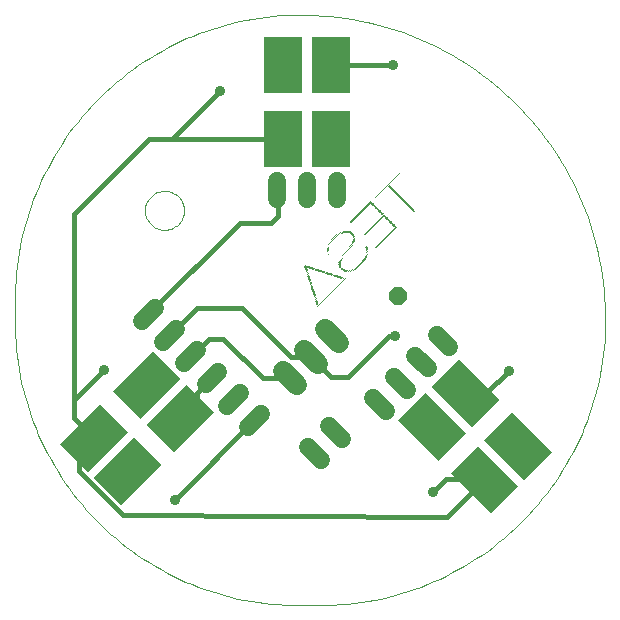
<source format=gbl>
G75*
%MOIN*%
%OFA0B0*%
%FSLAX24Y24*%
%IPPOS*%
%LPD*%
%AMOC8*
5,1,8,0,0,1.08239X$1,22.5*
%
%ADD10C,0.0000*%
%ADD11R,0.0290X0.0010*%
%ADD12R,0.0050X0.0010*%
%ADD13R,0.0900X0.0010*%
%ADD14R,0.0410X0.0010*%
%ADD15R,0.1310X0.0010*%
%ADD16R,0.0060X0.0010*%
%ADD17R,0.0950X0.0010*%
%ADD18R,0.0500X0.0010*%
%ADD19R,0.1330X0.0010*%
%ADD20R,0.0070X0.0010*%
%ADD21R,0.0970X0.0010*%
%ADD22R,0.0570X0.0010*%
%ADD23R,0.1350X0.0010*%
%ADD24R,0.0980X0.0010*%
%ADD25R,0.0630X0.0010*%
%ADD26R,0.0330X0.0010*%
%ADD27R,0.0040X0.0010*%
%ADD28R,0.0990X0.0010*%
%ADD29R,0.0250X0.0010*%
%ADD30R,0.0230X0.0010*%
%ADD31R,0.0210X0.0010*%
%ADD32R,0.0200X0.0010*%
%ADD33R,0.0190X0.0010*%
%ADD34R,0.0170X0.0010*%
%ADD35R,0.0080X0.0010*%
%ADD36R,0.0160X0.0010*%
%ADD37R,0.0150X0.0010*%
%ADD38R,0.0140X0.0010*%
%ADD39R,0.0130X0.0010*%
%ADD40R,0.0120X0.0010*%
%ADD41R,0.0110X0.0010*%
%ADD42R,0.0100X0.0010*%
%ADD43R,0.0090X0.0010*%
%ADD44R,0.0020X0.0010*%
%ADD45R,0.0180X0.0010*%
%ADD46R,0.0280X0.0010*%
%ADD47R,0.0940X0.0010*%
%ADD48R,0.0340X0.0010*%
%ADD49R,0.0440X0.0010*%
%ADD50R,0.0530X0.0010*%
%ADD51R,0.0540X0.0010*%
%ADD52R,0.0930X0.0010*%
%ADD53R,0.0450X0.0010*%
%ADD54R,0.0220X0.0010*%
%ADD55R,0.0010X0.0010*%
%ADD56R,0.1150X0.0010*%
%ADD57R,0.1170X0.0010*%
%ADD58R,0.0650X0.0010*%
%ADD59R,0.0610X0.0010*%
%ADD60R,0.1180X0.0010*%
%ADD61R,0.0550X0.0010*%
%ADD62R,0.0480X0.0010*%
%ADD63R,0.0400X0.0010*%
%ADD64C,0.0600*%
%ADD65OC8,0.0600*%
%ADD66C,0.0660*%
%ADD67R,0.1299X0.1890*%
%ADD68C,0.0160*%
%ADD69C,0.0356*%
D10*
X000100Y009565D02*
X000100Y010260D01*
X004439Y013261D02*
X004441Y013311D01*
X004447Y013361D01*
X004457Y013411D01*
X004470Y013459D01*
X004487Y013507D01*
X004508Y013553D01*
X004532Y013597D01*
X004560Y013639D01*
X004591Y013679D01*
X004625Y013716D01*
X004662Y013751D01*
X004701Y013782D01*
X004742Y013811D01*
X004786Y013836D01*
X004832Y013858D01*
X004879Y013876D01*
X004927Y013890D01*
X004976Y013901D01*
X005026Y013908D01*
X005076Y013911D01*
X005127Y013910D01*
X005177Y013905D01*
X005227Y013896D01*
X005275Y013884D01*
X005323Y013867D01*
X005369Y013847D01*
X005414Y013824D01*
X005457Y013797D01*
X005497Y013767D01*
X005535Y013734D01*
X005570Y013698D01*
X005603Y013659D01*
X005632Y013618D01*
X005658Y013575D01*
X005681Y013530D01*
X005700Y013483D01*
X005715Y013435D01*
X005727Y013386D01*
X005735Y013336D01*
X005739Y013286D01*
X005739Y013236D01*
X005735Y013186D01*
X005727Y013136D01*
X005715Y013087D01*
X005700Y013039D01*
X005681Y012992D01*
X005658Y012947D01*
X005632Y012904D01*
X005603Y012863D01*
X005570Y012824D01*
X005535Y012788D01*
X005497Y012755D01*
X005457Y012725D01*
X005414Y012698D01*
X005369Y012675D01*
X005323Y012655D01*
X005275Y012638D01*
X005227Y012626D01*
X005177Y012617D01*
X005127Y012612D01*
X005076Y012611D01*
X005026Y012614D01*
X004976Y012621D01*
X004927Y012632D01*
X004879Y012646D01*
X004832Y012664D01*
X004786Y012686D01*
X004742Y012711D01*
X004701Y012740D01*
X004662Y012771D01*
X004625Y012806D01*
X004591Y012843D01*
X004560Y012883D01*
X004532Y012925D01*
X004508Y012969D01*
X004487Y013015D01*
X004470Y013063D01*
X004457Y013111D01*
X004447Y013161D01*
X004441Y013211D01*
X004439Y013261D01*
X000100Y010260D02*
X000103Y010490D01*
X000111Y010720D01*
X000125Y010950D01*
X000144Y011179D01*
X000169Y011408D01*
X000200Y011636D01*
X000236Y011864D01*
X000277Y012090D01*
X000324Y012315D01*
X000377Y012539D01*
X000435Y012762D01*
X000498Y012984D01*
X000566Y013203D01*
X000640Y013421D01*
X000719Y013638D01*
X000803Y013852D01*
X000893Y014064D01*
X000987Y014274D01*
X001087Y014481D01*
X001191Y014686D01*
X001300Y014889D01*
X001415Y015089D01*
X001534Y015286D01*
X001658Y015480D01*
X001786Y015671D01*
X001919Y015859D01*
X002057Y016043D01*
X002199Y016224D01*
X002345Y016402D01*
X002495Y016576D01*
X002650Y016747D01*
X002809Y016913D01*
X002972Y017076D01*
X003138Y017235D01*
X003309Y017390D01*
X003483Y017540D01*
X003661Y017686D01*
X003842Y017828D01*
X004026Y017966D01*
X004214Y018099D01*
X004405Y018227D01*
X004599Y018351D01*
X004796Y018470D01*
X004996Y018585D01*
X005199Y018694D01*
X005404Y018798D01*
X005611Y018898D01*
X005821Y018992D01*
X006033Y019082D01*
X006247Y019166D01*
X006464Y019245D01*
X006682Y019319D01*
X006901Y019387D01*
X007123Y019450D01*
X007346Y019508D01*
X007570Y019561D01*
X007795Y019608D01*
X008021Y019649D01*
X008249Y019685D01*
X008477Y019716D01*
X008706Y019741D01*
X008935Y019760D01*
X009165Y019774D01*
X009395Y019782D01*
X009625Y019785D01*
X009874Y019782D01*
X010124Y019773D01*
X010372Y019757D01*
X010621Y019736D01*
X010869Y019709D01*
X011116Y019675D01*
X011362Y019635D01*
X011607Y019590D01*
X011851Y019538D01*
X012094Y019481D01*
X012335Y019417D01*
X012574Y019348D01*
X012812Y019272D01*
X013048Y019191D01*
X013282Y019104D01*
X013513Y019012D01*
X013742Y018913D01*
X013969Y018810D01*
X014193Y018700D01*
X014414Y018585D01*
X014633Y018465D01*
X014848Y018340D01*
X015061Y018209D01*
X015270Y018073D01*
X015475Y017932D01*
X015677Y017786D01*
X015876Y017635D01*
X016070Y017479D01*
X016261Y017318D01*
X016448Y017153D01*
X016631Y016983D01*
X016809Y016809D01*
X016983Y016631D01*
X017153Y016448D01*
X017318Y016261D01*
X017479Y016070D01*
X017635Y015876D01*
X017786Y015677D01*
X017932Y015475D01*
X018073Y015270D01*
X018209Y015061D01*
X018340Y014848D01*
X018465Y014633D01*
X018585Y014414D01*
X018700Y014193D01*
X018810Y013969D01*
X018913Y013742D01*
X019012Y013513D01*
X019104Y013282D01*
X019191Y013048D01*
X019272Y012812D01*
X019348Y012574D01*
X019417Y012335D01*
X019481Y012094D01*
X019538Y011851D01*
X019590Y011607D01*
X019635Y011362D01*
X019675Y011116D01*
X019709Y010869D01*
X019736Y010621D01*
X019757Y010372D01*
X019773Y010124D01*
X019782Y009874D01*
X019785Y009625D01*
X019782Y009395D01*
X019774Y009165D01*
X019760Y008935D01*
X019741Y008706D01*
X019716Y008477D01*
X019685Y008249D01*
X019649Y008021D01*
X019608Y007795D01*
X019561Y007570D01*
X019508Y007346D01*
X019450Y007123D01*
X019387Y006901D01*
X019319Y006682D01*
X019245Y006464D01*
X019166Y006247D01*
X019082Y006033D01*
X018992Y005821D01*
X018898Y005611D01*
X018798Y005404D01*
X018694Y005199D01*
X018585Y004996D01*
X018470Y004796D01*
X018351Y004599D01*
X018227Y004405D01*
X018099Y004214D01*
X017966Y004026D01*
X017828Y003842D01*
X017686Y003661D01*
X017540Y003483D01*
X017390Y003309D01*
X017235Y003138D01*
X017076Y002972D01*
X016913Y002809D01*
X016747Y002650D01*
X016576Y002495D01*
X016402Y002345D01*
X016224Y002199D01*
X016043Y002057D01*
X015859Y001919D01*
X015671Y001786D01*
X015480Y001658D01*
X015286Y001534D01*
X015089Y001415D01*
X014889Y001300D01*
X014686Y001191D01*
X014481Y001087D01*
X014274Y000987D01*
X014064Y000893D01*
X013852Y000803D01*
X013638Y000719D01*
X013421Y000640D01*
X013203Y000566D01*
X012984Y000498D01*
X012762Y000435D01*
X012539Y000377D01*
X012315Y000324D01*
X012090Y000277D01*
X011864Y000236D01*
X011636Y000200D01*
X011408Y000169D01*
X011179Y000144D01*
X010950Y000125D01*
X010720Y000111D01*
X010490Y000103D01*
X010260Y000100D01*
X009565Y000100D01*
X009336Y000103D01*
X009108Y000111D01*
X008879Y000125D01*
X008651Y000144D01*
X008424Y000169D01*
X008197Y000199D01*
X007972Y000235D01*
X007747Y000276D01*
X007523Y000323D01*
X007300Y000375D01*
X007078Y000432D01*
X006859Y000495D01*
X006640Y000563D01*
X006423Y000637D01*
X006209Y000715D01*
X005996Y000799D01*
X005785Y000888D01*
X005576Y000981D01*
X005370Y001080D01*
X005166Y001184D01*
X004965Y001293D01*
X004767Y001406D01*
X004571Y001525D01*
X004378Y001648D01*
X004188Y001775D01*
X004002Y001908D01*
X003818Y002044D01*
X003638Y002185D01*
X003462Y002331D01*
X003289Y002480D01*
X003119Y002634D01*
X002954Y002792D01*
X002792Y002954D01*
X002634Y003119D01*
X002480Y003289D01*
X002331Y003462D01*
X002185Y003638D01*
X002044Y003818D01*
X001908Y004002D01*
X001775Y004188D01*
X001648Y004378D01*
X001525Y004571D01*
X001406Y004767D01*
X001293Y004965D01*
X001184Y005166D01*
X001080Y005370D01*
X000981Y005576D01*
X000888Y005785D01*
X000799Y005996D01*
X000715Y006209D01*
X000637Y006423D01*
X000563Y006640D01*
X000495Y006859D01*
X000432Y007078D01*
X000375Y007300D01*
X000323Y007523D01*
X000276Y007747D01*
X000235Y007972D01*
X000199Y008197D01*
X000169Y008424D01*
X000144Y008651D01*
X000125Y008879D01*
X000111Y009108D01*
X000103Y009336D01*
X000100Y009565D01*
D11*
G36*
X010623Y012270D02*
X010827Y012474D01*
X010835Y012466D01*
X010631Y012262D01*
X010623Y012270D01*
G37*
G36*
X011358Y011251D02*
X011562Y011455D01*
X011570Y011447D01*
X011366Y011243D01*
X011358Y011251D01*
G37*
G36*
X011528Y011350D02*
X011732Y011554D01*
X011740Y011546D01*
X011536Y011342D01*
X011528Y011350D01*
G37*
D12*
G36*
X011783Y012042D02*
X011818Y012077D01*
X011825Y012070D01*
X011790Y012035D01*
X011783Y012042D01*
G37*
G36*
X010545Y011795D02*
X010580Y011830D01*
X010587Y011823D01*
X010552Y011788D01*
X010545Y011795D01*
G37*
G36*
X013388Y013223D02*
X013423Y013258D01*
X013430Y013251D01*
X013395Y013216D01*
X013388Y013223D01*
G37*
D13*
G36*
X012179Y012015D02*
X012814Y012650D01*
X012821Y012643D01*
X012186Y012008D01*
X012179Y012015D01*
G37*
D14*
G36*
X011479Y011314D02*
X011768Y011603D01*
X011775Y011596D01*
X011486Y011307D01*
X011479Y011314D01*
G37*
D15*
G36*
X010214Y010049D02*
X011139Y010974D01*
X011146Y010967D01*
X010221Y010042D01*
X010214Y010049D01*
G37*
D16*
G36*
X009740Y011400D02*
X009781Y011441D01*
X009788Y011434D01*
X009747Y011393D01*
X009740Y011400D01*
G37*
G36*
X010532Y011810D02*
X010573Y011851D01*
X010580Y011844D01*
X010539Y011803D01*
X010532Y011810D01*
G37*
G36*
X010539Y011803D02*
X010580Y011844D01*
X010587Y011837D01*
X010546Y011796D01*
X010539Y011803D01*
G37*
G36*
X010949Y011336D02*
X010990Y011377D01*
X010997Y011370D01*
X010956Y011329D01*
X010949Y011336D01*
G37*
G36*
X011783Y012029D02*
X011824Y012070D01*
X011831Y012063D01*
X011790Y012022D01*
X011783Y012029D01*
G37*
G36*
X011953Y013500D02*
X011994Y013541D01*
X012001Y013534D01*
X011960Y013493D01*
X011953Y013500D01*
G37*
G36*
X013374Y013224D02*
X013415Y013265D01*
X013422Y013258D01*
X013381Y013217D01*
X013374Y013224D01*
G37*
D17*
G36*
X012158Y012007D02*
X012829Y012678D01*
X012836Y012671D01*
X012165Y012000D01*
X012158Y012007D01*
G37*
G36*
X011748Y012460D02*
X012419Y013131D01*
X012426Y013124D01*
X011755Y012453D01*
X011748Y012460D01*
G37*
G36*
X011741Y012467D02*
X012412Y013138D01*
X012419Y013131D01*
X011748Y012460D01*
X011741Y012467D01*
G37*
G36*
X011734Y012474D02*
X012405Y013145D01*
X012412Y013138D01*
X011741Y012467D01*
X011734Y012474D01*
G37*
G36*
X011267Y012898D02*
X011938Y013569D01*
X011945Y013562D01*
X011274Y012891D01*
X011267Y012898D01*
G37*
D18*
G36*
X011026Y011795D02*
X011379Y012148D01*
X011386Y012141D01*
X011033Y011788D01*
X011026Y011795D01*
G37*
G36*
X010942Y011668D02*
X011295Y012021D01*
X011302Y012014D01*
X010949Y011661D01*
X010942Y011668D01*
G37*
G36*
X011444Y011293D02*
X011797Y011646D01*
X011804Y011639D01*
X011451Y011286D01*
X011444Y011293D01*
G37*
D19*
G36*
X010200Y010049D02*
X011139Y010988D01*
X011146Y010981D01*
X010207Y010042D01*
X010200Y010049D01*
G37*
G36*
X010171Y010077D02*
X011110Y011016D01*
X011117Y011009D01*
X010178Y010070D01*
X010171Y010077D01*
G37*
G36*
X010164Y010084D02*
X011103Y011023D01*
X011110Y011016D01*
X010171Y010077D01*
X010164Y010084D01*
G37*
D20*
G36*
X010079Y010367D02*
X010128Y010416D01*
X010135Y010409D01*
X010086Y010360D01*
X010079Y010367D01*
G37*
G36*
X009937Y010805D02*
X009986Y010854D01*
X009993Y010847D01*
X009944Y010798D01*
X009937Y010805D01*
G37*
G36*
X009923Y011328D02*
X009972Y011377D01*
X009979Y011370D01*
X009930Y011321D01*
X009923Y011328D01*
G37*
G36*
X009747Y011392D02*
X009796Y011441D01*
X009803Y011434D01*
X009754Y011385D01*
X009747Y011392D01*
G37*
G36*
X010510Y011845D02*
X010559Y011894D01*
X010566Y011887D01*
X010517Y011838D01*
X010510Y011845D01*
G37*
G36*
X010517Y011823D02*
X010566Y011872D01*
X010573Y011865D01*
X010524Y011816D01*
X010517Y011823D01*
G37*
G36*
X010524Y011816D02*
X010573Y011865D01*
X010580Y011858D01*
X010531Y011809D01*
X010524Y011816D01*
G37*
G36*
X010517Y011837D02*
X010566Y011886D01*
X010573Y011879D01*
X010524Y011830D01*
X010517Y011837D01*
G37*
G36*
X010503Y011866D02*
X010552Y011915D01*
X010559Y011908D01*
X010510Y011859D01*
X010503Y011866D01*
G37*
G36*
X010503Y011880D02*
X010552Y011929D01*
X010559Y011922D01*
X010510Y011873D01*
X010503Y011880D01*
G37*
G36*
X010694Y012354D02*
X010743Y012403D01*
X010750Y012396D01*
X010701Y012347D01*
X010694Y012354D01*
G37*
G36*
X011253Y012502D02*
X011302Y012551D01*
X011309Y012544D01*
X011260Y012495D01*
X011253Y012502D01*
G37*
G36*
X011260Y012495D02*
X011309Y012544D01*
X011316Y012537D01*
X011267Y012488D01*
X011260Y012495D01*
G37*
G36*
X011281Y012488D02*
X011330Y012537D01*
X011337Y012530D01*
X011288Y012481D01*
X011281Y012488D01*
G37*
G36*
X011288Y012481D02*
X011337Y012530D01*
X011344Y012523D01*
X011295Y012474D01*
X011288Y012481D01*
G37*
G36*
X011295Y012474D02*
X011344Y012523D01*
X011351Y012516D01*
X011302Y012467D01*
X011295Y012474D01*
G37*
G36*
X011302Y012467D02*
X011351Y012516D01*
X011358Y012509D01*
X011309Y012460D01*
X011302Y012467D01*
G37*
G36*
X011309Y012460D02*
X011358Y012509D01*
X011365Y012502D01*
X011316Y012453D01*
X011309Y012460D01*
G37*
G36*
X011316Y012453D02*
X011365Y012502D01*
X011372Y012495D01*
X011323Y012446D01*
X011316Y012453D01*
G37*
G36*
X011323Y012446D02*
X011372Y012495D01*
X011379Y012488D01*
X011330Y012439D01*
X011323Y012446D01*
G37*
G36*
X011330Y012424D02*
X011379Y012473D01*
X011386Y012466D01*
X011337Y012417D01*
X011330Y012424D01*
G37*
G36*
X011338Y012417D02*
X011387Y012466D01*
X011394Y012459D01*
X011345Y012410D01*
X011338Y012417D01*
G37*
G36*
X011345Y012410D02*
X011394Y012459D01*
X011401Y012452D01*
X011352Y012403D01*
X011345Y012410D01*
G37*
G36*
X011352Y012403D02*
X011401Y012452D01*
X011408Y012445D01*
X011359Y012396D01*
X011352Y012403D01*
G37*
G36*
X011359Y012382D02*
X011408Y012431D01*
X011415Y012424D01*
X011366Y012375D01*
X011359Y012382D01*
G37*
G36*
X011330Y012439D02*
X011379Y012488D01*
X011386Y012481D01*
X011337Y012432D01*
X011330Y012439D01*
G37*
G36*
X011790Y012021D02*
X011839Y012070D01*
X011846Y012063D01*
X011797Y012014D01*
X011790Y012021D01*
G37*
G36*
X011790Y012007D02*
X011839Y012056D01*
X011846Y012049D01*
X011797Y012000D01*
X011790Y012007D01*
G37*
G36*
X011797Y012000D02*
X011846Y012049D01*
X011853Y012042D01*
X011804Y011993D01*
X011797Y012000D01*
G37*
G36*
X011804Y011979D02*
X011853Y012028D01*
X011860Y012021D01*
X011811Y011972D01*
X011804Y011979D01*
G37*
G36*
X011804Y011993D02*
X011853Y012042D01*
X011860Y012035D01*
X011811Y011986D01*
X011804Y011993D01*
G37*
G36*
X011076Y011236D02*
X011125Y011285D01*
X011132Y011278D01*
X011083Y011229D01*
X011076Y011236D01*
G37*
G36*
X011055Y011244D02*
X011104Y011293D01*
X011111Y011286D01*
X011062Y011237D01*
X011055Y011244D01*
G37*
G36*
X011048Y011251D02*
X011097Y011300D01*
X011104Y011293D01*
X011055Y011244D01*
X011048Y011251D01*
G37*
G36*
X011026Y011258D02*
X011075Y011307D01*
X011082Y011300D01*
X011033Y011251D01*
X011026Y011258D01*
G37*
G36*
X010998Y011272D02*
X011047Y011321D01*
X011054Y011314D01*
X011005Y011265D01*
X010998Y011272D01*
G37*
G36*
X010991Y011279D02*
X011040Y011328D01*
X011047Y011321D01*
X010998Y011272D01*
X010991Y011279D01*
G37*
G36*
X010984Y011286D02*
X011033Y011335D01*
X011040Y011328D01*
X010991Y011279D01*
X010984Y011286D01*
G37*
G36*
X010977Y011293D02*
X011026Y011342D01*
X011033Y011335D01*
X010984Y011286D01*
X010977Y011293D01*
G37*
G36*
X010970Y011300D02*
X011019Y011349D01*
X011026Y011342D01*
X010977Y011293D01*
X010970Y011300D01*
G37*
G36*
X010963Y011307D02*
X011012Y011356D01*
X011019Y011349D01*
X010970Y011300D01*
X010963Y011307D01*
G37*
G36*
X010956Y011314D02*
X011005Y011363D01*
X011012Y011356D01*
X010963Y011307D01*
X010956Y011314D01*
G37*
G36*
X010949Y011321D02*
X010998Y011370D01*
X011005Y011363D01*
X010956Y011314D01*
X010949Y011321D01*
G37*
G36*
X010934Y011350D02*
X010983Y011399D01*
X010990Y011392D01*
X010941Y011343D01*
X010934Y011350D01*
G37*
G36*
X010927Y011357D02*
X010976Y011406D01*
X010983Y011399D01*
X010934Y011350D01*
X010927Y011357D01*
G37*
G36*
X010920Y011364D02*
X010969Y011413D01*
X010976Y011406D01*
X010927Y011357D01*
X010920Y011364D01*
G37*
G36*
X010913Y011385D02*
X010962Y011434D01*
X010969Y011427D01*
X010920Y011378D01*
X010913Y011385D01*
G37*
G36*
X011012Y011272D02*
X011061Y011321D01*
X011068Y011314D01*
X011019Y011265D01*
X011012Y011272D01*
G37*
G36*
X011019Y011265D02*
X011068Y011314D01*
X011075Y011307D01*
X011026Y011258D01*
X011019Y011265D01*
G37*
G36*
X012596Y012856D02*
X012645Y012905D01*
X012652Y012898D01*
X012603Y012849D01*
X012596Y012856D01*
G37*
G36*
X012589Y012863D02*
X012638Y012912D01*
X012645Y012905D01*
X012596Y012856D01*
X012589Y012863D01*
G37*
G36*
X012582Y012870D02*
X012631Y012919D01*
X012638Y012912D01*
X012589Y012863D01*
X012582Y012870D01*
G37*
G36*
X012575Y012877D02*
X012624Y012926D01*
X012631Y012919D01*
X012582Y012870D01*
X012575Y012877D01*
G37*
G36*
X012568Y012884D02*
X012617Y012933D01*
X012624Y012926D01*
X012575Y012877D01*
X012568Y012884D01*
G37*
G36*
X012561Y012891D02*
X012610Y012940D01*
X012617Y012933D01*
X012568Y012884D01*
X012561Y012891D01*
G37*
G36*
X012554Y012898D02*
X012603Y012947D01*
X012610Y012940D01*
X012561Y012891D01*
X012554Y012898D01*
G37*
G36*
X012547Y012905D02*
X012596Y012954D01*
X012603Y012947D01*
X012554Y012898D01*
X012547Y012905D01*
G37*
G36*
X012540Y012912D02*
X012589Y012961D01*
X012596Y012954D01*
X012547Y012905D01*
X012540Y012912D01*
G37*
G36*
X012533Y012919D02*
X012582Y012968D01*
X012589Y012961D01*
X012540Y012912D01*
X012533Y012919D01*
G37*
G36*
X012525Y012926D02*
X012574Y012975D01*
X012581Y012968D01*
X012532Y012919D01*
X012525Y012926D01*
G37*
G36*
X012518Y012934D02*
X012567Y012983D01*
X012574Y012976D01*
X012525Y012927D01*
X012518Y012934D01*
G37*
G36*
X012511Y012941D02*
X012560Y012990D01*
X012567Y012983D01*
X012518Y012934D01*
X012511Y012941D01*
G37*
G36*
X012504Y012948D02*
X012553Y012997D01*
X012560Y012990D01*
X012511Y012941D01*
X012504Y012948D01*
G37*
G36*
X012497Y012955D02*
X012546Y013004D01*
X012553Y012997D01*
X012504Y012948D01*
X012497Y012955D01*
G37*
G36*
X012490Y012962D02*
X012539Y013011D01*
X012546Y013004D01*
X012497Y012955D01*
X012490Y012962D01*
G37*
G36*
X012483Y012969D02*
X012532Y013018D01*
X012539Y013011D01*
X012490Y012962D01*
X012483Y012969D01*
G37*
G36*
X012476Y012976D02*
X012525Y013025D01*
X012532Y013018D01*
X012483Y012969D01*
X012476Y012976D01*
G37*
G36*
X012469Y012983D02*
X012518Y013032D01*
X012525Y013025D01*
X012476Y012976D01*
X012469Y012983D01*
G37*
G36*
X012462Y012990D02*
X012511Y013039D01*
X012518Y013032D01*
X012469Y012983D01*
X012462Y012990D01*
G37*
G36*
X012455Y012997D02*
X012504Y013046D01*
X012511Y013039D01*
X012462Y012990D01*
X012455Y012997D01*
G37*
G36*
X012448Y013004D02*
X012497Y013053D01*
X012504Y013046D01*
X012455Y012997D01*
X012448Y013004D01*
G37*
G36*
X012441Y013011D02*
X012490Y013060D01*
X012497Y013053D01*
X012448Y013004D01*
X012441Y013011D01*
G37*
G36*
X012434Y013018D02*
X012483Y013067D01*
X012490Y013060D01*
X012441Y013011D01*
X012434Y013018D01*
G37*
G36*
X012426Y013025D02*
X012475Y013074D01*
X012482Y013067D01*
X012433Y013018D01*
X012426Y013025D01*
G37*
G36*
X012419Y013033D02*
X012468Y013082D01*
X012475Y013075D01*
X012426Y013026D01*
X012419Y013033D01*
G37*
G36*
X012412Y013040D02*
X012461Y013089D01*
X012468Y013082D01*
X012419Y013033D01*
X012412Y013040D01*
G37*
G36*
X012405Y013047D02*
X012454Y013096D01*
X012461Y013089D01*
X012412Y013040D01*
X012405Y013047D01*
G37*
G36*
X012398Y013054D02*
X012447Y013103D01*
X012454Y013096D01*
X012405Y013047D01*
X012398Y013054D01*
G37*
G36*
X012391Y013061D02*
X012440Y013110D01*
X012447Y013103D01*
X012398Y013054D01*
X012391Y013061D01*
G37*
G36*
X012384Y013068D02*
X012433Y013117D01*
X012440Y013110D01*
X012391Y013061D01*
X012384Y013068D01*
G37*
G36*
X012335Y013117D02*
X012384Y013166D01*
X012391Y013159D01*
X012342Y013110D01*
X012335Y013117D01*
G37*
G36*
X012327Y013124D02*
X012376Y013173D01*
X012383Y013166D01*
X012334Y013117D01*
X012327Y013124D01*
G37*
G36*
X012320Y013131D02*
X012369Y013180D01*
X012376Y013173D01*
X012327Y013124D01*
X012320Y013131D01*
G37*
G36*
X012313Y013139D02*
X012362Y013188D01*
X012369Y013181D01*
X012320Y013132D01*
X012313Y013139D01*
G37*
G36*
X012306Y013146D02*
X012355Y013195D01*
X012362Y013188D01*
X012313Y013139D01*
X012306Y013146D01*
G37*
G36*
X012299Y013153D02*
X012348Y013202D01*
X012355Y013195D01*
X012306Y013146D01*
X012299Y013153D01*
G37*
G36*
X012292Y013160D02*
X012341Y013209D01*
X012348Y013202D01*
X012299Y013153D01*
X012292Y013160D01*
G37*
G36*
X012285Y013167D02*
X012334Y013216D01*
X012341Y013209D01*
X012292Y013160D01*
X012285Y013167D01*
G37*
G36*
X012278Y013174D02*
X012327Y013223D01*
X012334Y013216D01*
X012285Y013167D01*
X012278Y013174D01*
G37*
G36*
X012271Y013181D02*
X012320Y013230D01*
X012327Y013223D01*
X012278Y013174D01*
X012271Y013181D01*
G37*
G36*
X012264Y013188D02*
X012313Y013237D01*
X012320Y013230D01*
X012271Y013181D01*
X012264Y013188D01*
G37*
G36*
X012257Y013195D02*
X012306Y013244D01*
X012313Y013237D01*
X012264Y013188D01*
X012257Y013195D01*
G37*
G36*
X012250Y013202D02*
X012299Y013251D01*
X012306Y013244D01*
X012257Y013195D01*
X012250Y013202D01*
G37*
G36*
X012243Y013209D02*
X012292Y013258D01*
X012299Y013251D01*
X012250Y013202D01*
X012243Y013209D01*
G37*
G36*
X012236Y013216D02*
X012285Y013265D01*
X012292Y013258D01*
X012243Y013209D01*
X012236Y013216D01*
G37*
G36*
X012228Y013223D02*
X012277Y013272D01*
X012284Y013265D01*
X012235Y013216D01*
X012228Y013223D01*
G37*
G36*
X012221Y013230D02*
X012270Y013279D01*
X012277Y013272D01*
X012228Y013223D01*
X012221Y013230D01*
G37*
G36*
X012214Y013238D02*
X012263Y013287D01*
X012270Y013280D01*
X012221Y013231D01*
X012214Y013238D01*
G37*
G36*
X012207Y013245D02*
X012256Y013294D01*
X012263Y013287D01*
X012214Y013238D01*
X012207Y013245D01*
G37*
G36*
X012200Y013252D02*
X012249Y013301D01*
X012256Y013294D01*
X012207Y013245D01*
X012200Y013252D01*
G37*
G36*
X012193Y013259D02*
X012242Y013308D01*
X012249Y013301D01*
X012200Y013252D01*
X012193Y013259D01*
G37*
G36*
X012186Y013266D02*
X012235Y013315D01*
X012242Y013308D01*
X012193Y013259D01*
X012186Y013266D01*
G37*
G36*
X012179Y013273D02*
X012228Y013322D01*
X012235Y013315D01*
X012186Y013266D01*
X012179Y013273D01*
G37*
G36*
X012172Y013280D02*
X012221Y013329D01*
X012228Y013322D01*
X012179Y013273D01*
X012172Y013280D01*
G37*
G36*
X012165Y013287D02*
X012214Y013336D01*
X012221Y013329D01*
X012172Y013280D01*
X012165Y013287D01*
G37*
G36*
X012158Y013294D02*
X012207Y013343D01*
X012214Y013336D01*
X012165Y013287D01*
X012158Y013294D01*
G37*
G36*
X012151Y013301D02*
X012200Y013350D01*
X012207Y013343D01*
X012158Y013294D01*
X012151Y013301D01*
G37*
G36*
X012144Y013308D02*
X012193Y013357D01*
X012200Y013350D01*
X012151Y013301D01*
X012144Y013308D01*
G37*
G36*
X012137Y013315D02*
X012186Y013364D01*
X012193Y013357D01*
X012144Y013308D01*
X012137Y013315D01*
G37*
G36*
X012129Y013322D02*
X012178Y013371D01*
X012185Y013364D01*
X012136Y013315D01*
X012129Y013322D01*
G37*
G36*
X012122Y013329D02*
X012171Y013378D01*
X012178Y013371D01*
X012129Y013322D01*
X012122Y013329D01*
G37*
G36*
X012115Y013337D02*
X012164Y013386D01*
X012171Y013379D01*
X012122Y013330D01*
X012115Y013337D01*
G37*
G36*
X012108Y013344D02*
X012157Y013393D01*
X012164Y013386D01*
X012115Y013337D01*
X012108Y013344D01*
G37*
G36*
X012101Y013351D02*
X012150Y013400D01*
X012157Y013393D01*
X012108Y013344D01*
X012101Y013351D01*
G37*
G36*
X012094Y013358D02*
X012143Y013407D01*
X012150Y013400D01*
X012101Y013351D01*
X012094Y013358D01*
G37*
G36*
X012087Y013365D02*
X012136Y013414D01*
X012143Y013407D01*
X012094Y013358D01*
X012087Y013365D01*
G37*
G36*
X012080Y013372D02*
X012129Y013421D01*
X012136Y013414D01*
X012087Y013365D01*
X012080Y013372D01*
G37*
G36*
X012073Y013379D02*
X012122Y013428D01*
X012129Y013421D01*
X012080Y013372D01*
X012073Y013379D01*
G37*
G36*
X012066Y013386D02*
X012115Y013435D01*
X012122Y013428D01*
X012073Y013379D01*
X012066Y013386D01*
G37*
G36*
X012059Y013393D02*
X012108Y013442D01*
X012115Y013435D01*
X012066Y013386D01*
X012059Y013393D01*
G37*
G36*
X012052Y013400D02*
X012101Y013449D01*
X012108Y013442D01*
X012059Y013393D01*
X012052Y013400D01*
G37*
G36*
X012045Y013407D02*
X012094Y013456D01*
X012101Y013449D01*
X012052Y013400D01*
X012045Y013407D01*
G37*
G36*
X012038Y013414D02*
X012087Y013463D01*
X012094Y013456D01*
X012045Y013407D01*
X012038Y013414D01*
G37*
G36*
X012030Y013421D02*
X012079Y013470D01*
X012086Y013463D01*
X012037Y013414D01*
X012030Y013421D01*
G37*
G36*
X012023Y013428D02*
X012072Y013477D01*
X012079Y013470D01*
X012030Y013421D01*
X012023Y013428D01*
G37*
G36*
X012016Y013436D02*
X012065Y013485D01*
X012072Y013478D01*
X012023Y013429D01*
X012016Y013436D01*
G37*
G36*
X012009Y013443D02*
X012058Y013492D01*
X012065Y013485D01*
X012016Y013436D01*
X012009Y013443D01*
G37*
G36*
X012002Y013450D02*
X012051Y013499D01*
X012058Y013492D01*
X012009Y013443D01*
X012002Y013450D01*
G37*
G36*
X011995Y013457D02*
X012044Y013506D01*
X012051Y013499D01*
X012002Y013450D01*
X011995Y013457D01*
G37*
G36*
X011988Y013464D02*
X012037Y013513D01*
X012044Y013506D01*
X011995Y013457D01*
X011988Y013464D01*
G37*
G36*
X011981Y013471D02*
X012030Y013520D01*
X012037Y013513D01*
X011988Y013464D01*
X011981Y013471D01*
G37*
G36*
X011974Y013478D02*
X012023Y013527D01*
X012030Y013520D01*
X011981Y013471D01*
X011974Y013478D01*
G37*
G36*
X011967Y013485D02*
X012016Y013534D01*
X012023Y013527D01*
X011974Y013478D01*
X011967Y013485D01*
G37*
G36*
X011960Y013492D02*
X012009Y013541D01*
X012016Y013534D01*
X011967Y013485D01*
X011960Y013492D01*
G37*
G36*
X012533Y014065D02*
X012582Y014114D01*
X012589Y014107D01*
X012540Y014058D01*
X012533Y014065D01*
G37*
G36*
X012525Y014072D02*
X012574Y014121D01*
X012581Y014114D01*
X012532Y014065D01*
X012525Y014072D01*
G37*
G36*
X012540Y014058D02*
X012589Y014107D01*
X012596Y014100D01*
X012547Y014051D01*
X012540Y014058D01*
G37*
G36*
X012547Y014051D02*
X012596Y014100D01*
X012603Y014093D01*
X012554Y014044D01*
X012547Y014051D01*
G37*
G36*
X012554Y014044D02*
X012603Y014093D01*
X012610Y014086D01*
X012561Y014037D01*
X012554Y014044D01*
G37*
G36*
X012561Y014037D02*
X012610Y014086D01*
X012617Y014079D01*
X012568Y014030D01*
X012561Y014037D01*
G37*
G36*
X012568Y014030D02*
X012617Y014079D01*
X012624Y014072D01*
X012575Y014023D01*
X012568Y014030D01*
G37*
G36*
X012575Y014022D02*
X012624Y014071D01*
X012631Y014064D01*
X012582Y014015D01*
X012575Y014022D01*
G37*
G36*
X012582Y014015D02*
X012631Y014064D01*
X012638Y014057D01*
X012589Y014008D01*
X012582Y014015D01*
G37*
G36*
X012589Y014008D02*
X012638Y014057D01*
X012645Y014050D01*
X012596Y014001D01*
X012589Y014008D01*
G37*
G36*
X012596Y014001D02*
X012645Y014050D01*
X012652Y014043D01*
X012603Y013994D01*
X012596Y014001D01*
G37*
G36*
X012603Y013994D02*
X012652Y014043D01*
X012659Y014036D01*
X012610Y013987D01*
X012603Y013994D01*
G37*
G36*
X012610Y013987D02*
X012659Y014036D01*
X012666Y014029D01*
X012617Y013980D01*
X012610Y013987D01*
G37*
G36*
X012617Y013980D02*
X012666Y014029D01*
X012673Y014022D01*
X012624Y013973D01*
X012617Y013980D01*
G37*
G36*
X012624Y013973D02*
X012673Y014022D01*
X012680Y014015D01*
X012631Y013966D01*
X012624Y013973D01*
G37*
G36*
X012632Y013966D02*
X012681Y014015D01*
X012688Y014008D01*
X012639Y013959D01*
X012632Y013966D01*
G37*
G36*
X012639Y013959D02*
X012688Y014008D01*
X012695Y014001D01*
X012646Y013952D01*
X012639Y013959D01*
G37*
G36*
X012646Y013952D02*
X012695Y014001D01*
X012702Y013994D01*
X012653Y013945D01*
X012646Y013952D01*
G37*
G36*
X012653Y013945D02*
X012702Y013994D01*
X012709Y013987D01*
X012660Y013938D01*
X012653Y013945D01*
G37*
G36*
X012660Y013938D02*
X012709Y013987D01*
X012716Y013980D01*
X012667Y013931D01*
X012660Y013938D01*
G37*
G36*
X012667Y013931D02*
X012716Y013980D01*
X012723Y013973D01*
X012674Y013924D01*
X012667Y013931D01*
G37*
G36*
X012674Y013923D02*
X012723Y013972D01*
X012730Y013965D01*
X012681Y013916D01*
X012674Y013923D01*
G37*
G36*
X012681Y013916D02*
X012730Y013965D01*
X012737Y013958D01*
X012688Y013909D01*
X012681Y013916D01*
G37*
G36*
X012688Y013909D02*
X012737Y013958D01*
X012744Y013951D01*
X012695Y013902D01*
X012688Y013909D01*
G37*
G36*
X012695Y013902D02*
X012744Y013951D01*
X012751Y013944D01*
X012702Y013895D01*
X012695Y013902D01*
G37*
G36*
X012702Y013895D02*
X012751Y013944D01*
X012758Y013937D01*
X012709Y013888D01*
X012702Y013895D01*
G37*
G36*
X012709Y013888D02*
X012758Y013937D01*
X012765Y013930D01*
X012716Y013881D01*
X012709Y013888D01*
G37*
G36*
X012716Y013881D02*
X012765Y013930D01*
X012772Y013923D01*
X012723Y013874D01*
X012716Y013881D01*
G37*
G36*
X012723Y013874D02*
X012772Y013923D01*
X012779Y013916D01*
X012730Y013867D01*
X012723Y013874D01*
G37*
G36*
X012731Y013867D02*
X012780Y013916D01*
X012787Y013909D01*
X012738Y013860D01*
X012731Y013867D01*
G37*
G36*
X012738Y013860D02*
X012787Y013909D01*
X012794Y013902D01*
X012745Y013853D01*
X012738Y013860D01*
G37*
G36*
X012745Y013853D02*
X012794Y013902D01*
X012801Y013895D01*
X012752Y013846D01*
X012745Y013853D01*
G37*
G36*
X012752Y013846D02*
X012801Y013895D01*
X012808Y013888D01*
X012759Y013839D01*
X012752Y013846D01*
G37*
G36*
X012759Y013839D02*
X012808Y013888D01*
X012815Y013881D01*
X012766Y013832D01*
X012759Y013839D01*
G37*
G36*
X012766Y013832D02*
X012815Y013881D01*
X012822Y013874D01*
X012773Y013825D01*
X012766Y013832D01*
G37*
G36*
X012773Y013824D02*
X012822Y013873D01*
X012829Y013866D01*
X012780Y013817D01*
X012773Y013824D01*
G37*
G36*
X012780Y013817D02*
X012829Y013866D01*
X012836Y013859D01*
X012787Y013810D01*
X012780Y013817D01*
G37*
G36*
X012787Y013810D02*
X012836Y013859D01*
X012843Y013852D01*
X012794Y013803D01*
X012787Y013810D01*
G37*
G36*
X012794Y013803D02*
X012843Y013852D01*
X012850Y013845D01*
X012801Y013796D01*
X012794Y013803D01*
G37*
G36*
X012801Y013796D02*
X012850Y013845D01*
X012857Y013838D01*
X012808Y013789D01*
X012801Y013796D01*
G37*
G36*
X012808Y013789D02*
X012857Y013838D01*
X012864Y013831D01*
X012815Y013782D01*
X012808Y013789D01*
G37*
G36*
X012815Y013782D02*
X012864Y013831D01*
X012871Y013824D01*
X012822Y013775D01*
X012815Y013782D01*
G37*
G36*
X012822Y013775D02*
X012871Y013824D01*
X012878Y013817D01*
X012829Y013768D01*
X012822Y013775D01*
G37*
G36*
X012830Y013768D02*
X012879Y013817D01*
X012886Y013810D01*
X012837Y013761D01*
X012830Y013768D01*
G37*
G36*
X012837Y013761D02*
X012886Y013810D01*
X012893Y013803D01*
X012844Y013754D01*
X012837Y013761D01*
G37*
G36*
X012844Y013754D02*
X012893Y013803D01*
X012900Y013796D01*
X012851Y013747D01*
X012844Y013754D01*
G37*
G36*
X012851Y013747D02*
X012900Y013796D01*
X012907Y013789D01*
X012858Y013740D01*
X012851Y013747D01*
G37*
G36*
X012858Y013740D02*
X012907Y013789D01*
X012914Y013782D01*
X012865Y013733D01*
X012858Y013740D01*
G37*
G36*
X012865Y013733D02*
X012914Y013782D01*
X012921Y013775D01*
X012872Y013726D01*
X012865Y013733D01*
G37*
G36*
X012872Y013725D02*
X012921Y013774D01*
X012928Y013767D01*
X012879Y013718D01*
X012872Y013725D01*
G37*
G36*
X012879Y013718D02*
X012928Y013767D01*
X012935Y013760D01*
X012886Y013711D01*
X012879Y013718D01*
G37*
G36*
X012886Y013711D02*
X012935Y013760D01*
X012942Y013753D01*
X012893Y013704D01*
X012886Y013711D01*
G37*
G36*
X012893Y013704D02*
X012942Y013753D01*
X012949Y013746D01*
X012900Y013697D01*
X012893Y013704D01*
G37*
G36*
X012900Y013697D02*
X012949Y013746D01*
X012956Y013739D01*
X012907Y013690D01*
X012900Y013697D01*
G37*
G36*
X012907Y013690D02*
X012956Y013739D01*
X012963Y013732D01*
X012914Y013683D01*
X012907Y013690D01*
G37*
G36*
X012914Y013683D02*
X012963Y013732D01*
X012970Y013725D01*
X012921Y013676D01*
X012914Y013683D01*
G37*
G36*
X012921Y013676D02*
X012970Y013725D01*
X012977Y013718D01*
X012928Y013669D01*
X012921Y013676D01*
G37*
G36*
X012928Y013669D02*
X012977Y013718D01*
X012984Y013711D01*
X012935Y013662D01*
X012928Y013669D01*
G37*
G36*
X012936Y013662D02*
X012985Y013711D01*
X012992Y013704D01*
X012943Y013655D01*
X012936Y013662D01*
G37*
G36*
X012943Y013655D02*
X012992Y013704D01*
X012999Y013697D01*
X012950Y013648D01*
X012943Y013655D01*
G37*
G36*
X012950Y013648D02*
X012999Y013697D01*
X013006Y013690D01*
X012957Y013641D01*
X012950Y013648D01*
G37*
G36*
X012957Y013641D02*
X013006Y013690D01*
X013013Y013683D01*
X012964Y013634D01*
X012957Y013641D01*
G37*
G36*
X012964Y013634D02*
X013013Y013683D01*
X013020Y013676D01*
X012971Y013627D01*
X012964Y013634D01*
G37*
G36*
X012971Y013626D02*
X013020Y013675D01*
X013027Y013668D01*
X012978Y013619D01*
X012971Y013626D01*
G37*
G36*
X012978Y013619D02*
X013027Y013668D01*
X013034Y013661D01*
X012985Y013612D01*
X012978Y013619D01*
G37*
G36*
X012985Y013612D02*
X013034Y013661D01*
X013041Y013654D01*
X012992Y013605D01*
X012985Y013612D01*
G37*
G36*
X012992Y013605D02*
X013041Y013654D01*
X013048Y013647D01*
X012999Y013598D01*
X012992Y013605D01*
G37*
G36*
X012999Y013598D02*
X013048Y013647D01*
X013055Y013640D01*
X013006Y013591D01*
X012999Y013598D01*
G37*
G36*
X013006Y013591D02*
X013055Y013640D01*
X013062Y013633D01*
X013013Y013584D01*
X013006Y013591D01*
G37*
G36*
X013013Y013584D02*
X013062Y013633D01*
X013069Y013626D01*
X013020Y013577D01*
X013013Y013584D01*
G37*
G36*
X013020Y013577D02*
X013069Y013626D01*
X013076Y013619D01*
X013027Y013570D01*
X013020Y013577D01*
G37*
G36*
X013027Y013570D02*
X013076Y013619D01*
X013083Y013612D01*
X013034Y013563D01*
X013027Y013570D01*
G37*
G36*
X013035Y013563D02*
X013084Y013612D01*
X013091Y013605D01*
X013042Y013556D01*
X013035Y013563D01*
G37*
G36*
X013042Y013556D02*
X013091Y013605D01*
X013098Y013598D01*
X013049Y013549D01*
X013042Y013556D01*
G37*
G36*
X013049Y013549D02*
X013098Y013598D01*
X013105Y013591D01*
X013056Y013542D01*
X013049Y013549D01*
G37*
G36*
X013056Y013542D02*
X013105Y013591D01*
X013112Y013584D01*
X013063Y013535D01*
X013056Y013542D01*
G37*
G36*
X013063Y013535D02*
X013112Y013584D01*
X013119Y013577D01*
X013070Y013528D01*
X013063Y013535D01*
G37*
G36*
X013070Y013527D02*
X013119Y013576D01*
X013126Y013569D01*
X013077Y013520D01*
X013070Y013527D01*
G37*
G36*
X013077Y013520D02*
X013126Y013569D01*
X013133Y013562D01*
X013084Y013513D01*
X013077Y013520D01*
G37*
G36*
X013084Y013513D02*
X013133Y013562D01*
X013140Y013555D01*
X013091Y013506D01*
X013084Y013513D01*
G37*
G36*
X013091Y013506D02*
X013140Y013555D01*
X013147Y013548D01*
X013098Y013499D01*
X013091Y013506D01*
G37*
G36*
X013098Y013499D02*
X013147Y013548D01*
X013154Y013541D01*
X013105Y013492D01*
X013098Y013499D01*
G37*
G36*
X013105Y013492D02*
X013154Y013541D01*
X013161Y013534D01*
X013112Y013485D01*
X013105Y013492D01*
G37*
G36*
X013112Y013485D02*
X013161Y013534D01*
X013168Y013527D01*
X013119Y013478D01*
X013112Y013485D01*
G37*
G36*
X013119Y013478D02*
X013168Y013527D01*
X013175Y013520D01*
X013126Y013471D01*
X013119Y013478D01*
G37*
G36*
X013126Y013471D02*
X013175Y013520D01*
X013182Y013513D01*
X013133Y013464D01*
X013126Y013471D01*
G37*
G36*
X013134Y013464D02*
X013183Y013513D01*
X013190Y013506D01*
X013141Y013457D01*
X013134Y013464D01*
G37*
G36*
X013141Y013457D02*
X013190Y013506D01*
X013197Y013499D01*
X013148Y013450D01*
X013141Y013457D01*
G37*
G36*
X013148Y013450D02*
X013197Y013499D01*
X013204Y013492D01*
X013155Y013443D01*
X013148Y013450D01*
G37*
G36*
X013155Y013443D02*
X013204Y013492D01*
X013211Y013485D01*
X013162Y013436D01*
X013155Y013443D01*
G37*
G36*
X013162Y013436D02*
X013211Y013485D01*
X013218Y013478D01*
X013169Y013429D01*
X013162Y013436D01*
G37*
G36*
X013169Y013428D02*
X013218Y013477D01*
X013225Y013470D01*
X013176Y013421D01*
X013169Y013428D01*
G37*
G36*
X013176Y013421D02*
X013225Y013470D01*
X013232Y013463D01*
X013183Y013414D01*
X013176Y013421D01*
G37*
G36*
X013183Y013414D02*
X013232Y013463D01*
X013239Y013456D01*
X013190Y013407D01*
X013183Y013414D01*
G37*
G36*
X013190Y013407D02*
X013239Y013456D01*
X013246Y013449D01*
X013197Y013400D01*
X013190Y013407D01*
G37*
G36*
X013197Y013400D02*
X013246Y013449D01*
X013253Y013442D01*
X013204Y013393D01*
X013197Y013400D01*
G37*
G36*
X013204Y013393D02*
X013253Y013442D01*
X013260Y013435D01*
X013211Y013386D01*
X013204Y013393D01*
G37*
G36*
X013211Y013386D02*
X013260Y013435D01*
X013267Y013428D01*
X013218Y013379D01*
X013211Y013386D01*
G37*
G36*
X013218Y013379D02*
X013267Y013428D01*
X013274Y013421D01*
X013225Y013372D01*
X013218Y013379D01*
G37*
G36*
X013225Y013372D02*
X013274Y013421D01*
X013281Y013414D01*
X013232Y013365D01*
X013225Y013372D01*
G37*
G36*
X013233Y013365D02*
X013282Y013414D01*
X013289Y013407D01*
X013240Y013358D01*
X013233Y013365D01*
G37*
G36*
X013240Y013358D02*
X013289Y013407D01*
X013296Y013400D01*
X013247Y013351D01*
X013240Y013358D01*
G37*
G36*
X013247Y013351D02*
X013296Y013400D01*
X013303Y013393D01*
X013254Y013344D01*
X013247Y013351D01*
G37*
G36*
X013254Y013344D02*
X013303Y013393D01*
X013310Y013386D01*
X013261Y013337D01*
X013254Y013344D01*
G37*
G36*
X013261Y013337D02*
X013310Y013386D01*
X013317Y013379D01*
X013268Y013330D01*
X013261Y013337D01*
G37*
G36*
X013268Y013329D02*
X013317Y013378D01*
X013324Y013371D01*
X013275Y013322D01*
X013268Y013329D01*
G37*
G36*
X013275Y013322D02*
X013324Y013371D01*
X013331Y013364D01*
X013282Y013315D01*
X013275Y013322D01*
G37*
G36*
X013282Y013315D02*
X013331Y013364D01*
X013338Y013357D01*
X013289Y013308D01*
X013282Y013315D01*
G37*
G36*
X013289Y013308D02*
X013338Y013357D01*
X013345Y013350D01*
X013296Y013301D01*
X013289Y013308D01*
G37*
G36*
X013296Y013301D02*
X013345Y013350D01*
X013352Y013343D01*
X013303Y013294D01*
X013296Y013301D01*
G37*
G36*
X013303Y013294D02*
X013352Y013343D01*
X013359Y013336D01*
X013310Y013287D01*
X013303Y013294D01*
G37*
G36*
X013310Y013287D02*
X013359Y013336D01*
X013366Y013329D01*
X013317Y013280D01*
X013310Y013287D01*
G37*
G36*
X013317Y013280D02*
X013366Y013329D01*
X013373Y013322D01*
X013324Y013273D01*
X013317Y013280D01*
G37*
G36*
X013324Y013273D02*
X013373Y013322D01*
X013380Y013315D01*
X013331Y013266D01*
X013324Y013273D01*
G37*
G36*
X013332Y013266D02*
X013381Y013315D01*
X013388Y013308D01*
X013339Y013259D01*
X013332Y013266D01*
G37*
G36*
X013339Y013259D02*
X013388Y013308D01*
X013395Y013301D01*
X013346Y013252D01*
X013339Y013259D01*
G37*
G36*
X013346Y013252D02*
X013395Y013301D01*
X013402Y013294D01*
X013353Y013245D01*
X013346Y013252D01*
G37*
G36*
X013353Y013245D02*
X013402Y013294D01*
X013409Y013287D01*
X013360Y013238D01*
X013353Y013245D01*
G37*
G36*
X013360Y013238D02*
X013409Y013287D01*
X013416Y013280D01*
X013367Y013231D01*
X013360Y013238D01*
G37*
G36*
X013367Y013230D02*
X013416Y013279D01*
X013423Y013272D01*
X013374Y013223D01*
X013367Y013230D01*
G37*
G36*
X012759Y012693D02*
X012808Y012742D01*
X012815Y012735D01*
X012766Y012686D01*
X012759Y012693D01*
G37*
G36*
X012752Y012700D02*
X012801Y012749D01*
X012808Y012742D01*
X012759Y012693D01*
X012752Y012700D01*
G37*
G36*
X012745Y012707D02*
X012794Y012756D01*
X012801Y012749D01*
X012752Y012700D01*
X012745Y012707D01*
G37*
G36*
X012738Y012714D02*
X012787Y012763D01*
X012794Y012756D01*
X012745Y012707D01*
X012738Y012714D01*
G37*
G36*
X012731Y012721D02*
X012780Y012770D01*
X012787Y012763D01*
X012738Y012714D01*
X012731Y012721D01*
G37*
G36*
X012723Y012728D02*
X012772Y012777D01*
X012779Y012770D01*
X012730Y012721D01*
X012723Y012728D01*
G37*
G36*
X012716Y012736D02*
X012765Y012785D01*
X012772Y012778D01*
X012723Y012729D01*
X012716Y012736D01*
G37*
G36*
X012709Y012743D02*
X012758Y012792D01*
X012765Y012785D01*
X012716Y012736D01*
X012709Y012743D01*
G37*
G36*
X012702Y012750D02*
X012751Y012799D01*
X012758Y012792D01*
X012709Y012743D01*
X012702Y012750D01*
G37*
G36*
X012695Y012757D02*
X012744Y012806D01*
X012751Y012799D01*
X012702Y012750D01*
X012695Y012757D01*
G37*
G36*
X012688Y012764D02*
X012737Y012813D01*
X012744Y012806D01*
X012695Y012757D01*
X012688Y012764D01*
G37*
G36*
X012681Y012771D02*
X012730Y012820D01*
X012737Y012813D01*
X012688Y012764D01*
X012681Y012771D01*
G37*
G36*
X012674Y012778D02*
X012723Y012827D01*
X012730Y012820D01*
X012681Y012771D01*
X012674Y012778D01*
G37*
G36*
X012667Y012785D02*
X012716Y012834D01*
X012723Y012827D01*
X012674Y012778D01*
X012667Y012785D01*
G37*
G36*
X012660Y012792D02*
X012709Y012841D01*
X012716Y012834D01*
X012667Y012785D01*
X012660Y012792D01*
G37*
G36*
X012653Y012799D02*
X012702Y012848D01*
X012709Y012841D01*
X012660Y012792D01*
X012653Y012799D01*
G37*
G36*
X012646Y012806D02*
X012695Y012855D01*
X012702Y012848D01*
X012653Y012799D01*
X012646Y012806D01*
G37*
G36*
X012639Y012813D02*
X012688Y012862D01*
X012695Y012855D01*
X012646Y012806D01*
X012639Y012813D01*
G37*
G36*
X012632Y012820D02*
X012681Y012869D01*
X012688Y012862D01*
X012639Y012813D01*
X012632Y012820D01*
G37*
G36*
X012624Y012827D02*
X012673Y012876D01*
X012680Y012869D01*
X012631Y012820D01*
X012624Y012827D01*
G37*
G36*
X012617Y012835D02*
X012666Y012884D01*
X012673Y012877D01*
X012624Y012828D01*
X012617Y012835D01*
G37*
G36*
X012610Y012842D02*
X012659Y012891D01*
X012666Y012884D01*
X012617Y012835D01*
X012610Y012842D01*
G37*
G36*
X012603Y012849D02*
X012652Y012898D01*
X012659Y012891D01*
X012610Y012842D01*
X012603Y012849D01*
G37*
D21*
G36*
X012144Y012007D02*
X012829Y012692D01*
X012836Y012685D01*
X012151Y012000D01*
X012144Y012007D01*
G37*
G36*
X011267Y012884D02*
X011952Y013569D01*
X011959Y013562D01*
X011274Y012877D01*
X011267Y012884D01*
G37*
D22*
G36*
X011408Y011273D02*
X011810Y011675D01*
X011818Y011667D01*
X011416Y011265D01*
X011408Y011273D01*
G37*
D23*
G36*
X010178Y010056D02*
X011131Y011009D01*
X011138Y011002D01*
X010185Y010049D01*
X010178Y010056D01*
G37*
G36*
X010171Y010063D02*
X011124Y011016D01*
X011131Y011009D01*
X010178Y010056D01*
X010171Y010063D01*
G37*
G36*
X010185Y010049D02*
X011138Y011002D01*
X011145Y010995D01*
X010192Y010042D01*
X010185Y010049D01*
G37*
D24*
G36*
X012136Y012015D02*
X012828Y012707D01*
X012836Y012699D01*
X012144Y012007D01*
X012136Y012015D01*
G37*
G36*
X012129Y012022D02*
X012821Y012714D01*
X012829Y012706D01*
X012137Y012014D01*
X012129Y012022D01*
G37*
G36*
X012122Y012043D02*
X012814Y012735D01*
X012822Y012727D01*
X012130Y012035D01*
X012122Y012043D01*
G37*
G36*
X011302Y012864D02*
X011994Y013556D01*
X012002Y013548D01*
X011310Y012856D01*
X011302Y012864D01*
G37*
G36*
X011281Y012871D02*
X011973Y013563D01*
X011981Y013555D01*
X011289Y012863D01*
X011281Y012871D01*
G37*
G36*
X011274Y012878D02*
X011966Y013570D01*
X011974Y013562D01*
X011282Y012870D01*
X011274Y012878D01*
G37*
D25*
G36*
X011380Y011258D02*
X011825Y011703D01*
X011832Y011696D01*
X011387Y011251D01*
X011380Y011258D01*
G37*
D26*
G36*
X011606Y011498D02*
X011839Y011731D01*
X011846Y011724D01*
X011613Y011491D01*
X011606Y011498D01*
G37*
D27*
G36*
X011571Y011463D02*
X011598Y011490D01*
X011605Y011483D01*
X011578Y011456D01*
X011571Y011463D01*
G37*
G36*
X009740Y011414D02*
X009767Y011441D01*
X009774Y011434D01*
X009747Y011407D01*
X009740Y011414D01*
G37*
D28*
G36*
X011288Y012863D02*
X011987Y013562D01*
X011994Y013555D01*
X011295Y012856D01*
X011288Y012863D01*
G37*
G36*
X012123Y012029D02*
X012822Y012728D01*
X012829Y012721D01*
X012130Y012022D01*
X012123Y012029D01*
G37*
D29*
G36*
X011678Y011584D02*
X011853Y011759D01*
X011860Y011752D01*
X011685Y011577D01*
X011678Y011584D01*
G37*
D30*
G36*
X011331Y011237D02*
X011492Y011398D01*
X011499Y011391D01*
X011338Y011230D01*
X011331Y011237D01*
G37*
G36*
X010518Y012078D02*
X010679Y012239D01*
X010686Y012232D01*
X010525Y012071D01*
X010518Y012078D01*
G37*
G36*
X010850Y012411D02*
X011011Y012572D01*
X011018Y012565D01*
X010857Y012404D01*
X010850Y012411D01*
G37*
D31*
G36*
X010900Y011569D02*
X011047Y011716D01*
X011054Y011709D01*
X010907Y011562D01*
X010900Y011569D01*
G37*
G36*
X011713Y011633D02*
X011860Y011780D01*
X011867Y011773D01*
X011720Y011626D01*
X011713Y011633D01*
G37*
D32*
G36*
X011309Y011229D02*
X011450Y011370D01*
X011457Y011363D01*
X011316Y011222D01*
X011309Y011229D01*
G37*
G36*
X010892Y012438D02*
X011033Y012579D01*
X011040Y012572D01*
X010899Y012431D01*
X010892Y012438D01*
G37*
D33*
G36*
X011296Y012135D02*
X011429Y012268D01*
X011436Y012261D01*
X011303Y012128D01*
X011296Y012135D01*
G37*
G36*
X011734Y011668D02*
X011867Y011801D01*
X011874Y011794D01*
X011741Y011661D01*
X011734Y011668D01*
G37*
D34*
G36*
X011288Y011223D02*
X011407Y011342D01*
X011414Y011335D01*
X011295Y011216D01*
X011288Y011223D01*
G37*
G36*
X010928Y012460D02*
X011047Y012579D01*
X011054Y012572D01*
X010935Y012453D01*
X010928Y012460D01*
G37*
D35*
G36*
X011190Y012524D02*
X011245Y012579D01*
X011252Y012572D01*
X011197Y012517D01*
X011190Y012524D01*
G37*
G36*
X011197Y012517D02*
X011252Y012572D01*
X011259Y012565D01*
X011204Y012510D01*
X011197Y012517D01*
G37*
G36*
X011211Y012517D02*
X011266Y012572D01*
X011273Y012565D01*
X011218Y012510D01*
X011211Y012517D01*
G37*
G36*
X011218Y012510D02*
X011273Y012565D01*
X011280Y012558D01*
X011225Y012503D01*
X011218Y012510D01*
G37*
G36*
X011232Y012510D02*
X011287Y012565D01*
X011294Y012558D01*
X011239Y012503D01*
X011232Y012510D01*
G37*
G36*
X011239Y012503D02*
X011294Y012558D01*
X011301Y012551D01*
X011246Y012496D01*
X011239Y012503D01*
G37*
G36*
X011267Y012489D02*
X011322Y012544D01*
X011329Y012537D01*
X011274Y012482D01*
X011267Y012489D01*
G37*
G36*
X011352Y012390D02*
X011407Y012445D01*
X011414Y012438D01*
X011359Y012383D01*
X011352Y012390D01*
G37*
G36*
X011359Y012368D02*
X011414Y012423D01*
X011421Y012416D01*
X011366Y012361D01*
X011359Y012368D01*
G37*
G36*
X011366Y012347D02*
X011421Y012402D01*
X011428Y012395D01*
X011373Y012340D01*
X011366Y012347D01*
G37*
G36*
X011805Y011965D02*
X011860Y012020D01*
X011867Y012013D01*
X011812Y011958D01*
X011805Y011965D01*
G37*
G36*
X011812Y011944D02*
X011867Y011999D01*
X011874Y011992D01*
X011819Y011937D01*
X011812Y011944D01*
G37*
G36*
X011812Y011930D02*
X011867Y011985D01*
X011874Y011978D01*
X011819Y011923D01*
X011812Y011930D01*
G37*
G36*
X011812Y011958D02*
X011867Y012013D01*
X011874Y012006D01*
X011819Y011951D01*
X011812Y011958D01*
G37*
G36*
X011119Y011223D02*
X011174Y011278D01*
X011181Y011271D01*
X011126Y011216D01*
X011119Y011223D01*
G37*
G36*
X011105Y011223D02*
X011160Y011278D01*
X011167Y011271D01*
X011112Y011216D01*
X011105Y011223D01*
G37*
G36*
X011083Y011230D02*
X011138Y011285D01*
X011145Y011278D01*
X011090Y011223D01*
X011083Y011230D01*
G37*
G36*
X011062Y011237D02*
X011117Y011292D01*
X011124Y011285D01*
X011069Y011230D01*
X011062Y011237D01*
G37*
G36*
X011034Y011251D02*
X011089Y011306D01*
X011096Y011299D01*
X011041Y011244D01*
X011034Y011251D01*
G37*
G36*
X011098Y011230D02*
X011153Y011285D01*
X011160Y011278D01*
X011105Y011223D01*
X011098Y011230D01*
G37*
G36*
X010935Y011336D02*
X010990Y011391D01*
X010997Y011384D01*
X010942Y011329D01*
X010935Y011336D01*
G37*
G36*
X010914Y011371D02*
X010969Y011426D01*
X010976Y011419D01*
X010921Y011364D01*
X010914Y011371D01*
G37*
G36*
X010907Y011393D02*
X010962Y011448D01*
X010969Y011441D01*
X010914Y011386D01*
X010907Y011393D01*
G37*
G36*
X010900Y011400D02*
X010955Y011455D01*
X010962Y011448D01*
X010907Y011393D01*
X010900Y011400D01*
G37*
G36*
X010900Y011414D02*
X010955Y011469D01*
X010962Y011462D01*
X010907Y011407D01*
X010900Y011414D01*
G37*
G36*
X010589Y011117D02*
X010644Y011172D01*
X010651Y011165D01*
X010596Y011110D01*
X010589Y011117D01*
G37*
G36*
X010574Y011117D02*
X010629Y011172D01*
X010636Y011165D01*
X010581Y011110D01*
X010574Y011117D01*
G37*
G36*
X010553Y011124D02*
X010608Y011179D01*
X010615Y011172D01*
X010560Y011117D01*
X010553Y011124D01*
G37*
G36*
X010532Y011131D02*
X010587Y011186D01*
X010594Y011179D01*
X010539Y011124D01*
X010532Y011131D01*
G37*
G36*
X010497Y011138D02*
X010552Y011193D01*
X010559Y011186D01*
X010504Y011131D01*
X010497Y011138D01*
G37*
G36*
X010475Y011145D02*
X010530Y011200D01*
X010537Y011193D01*
X010482Y011138D01*
X010475Y011145D01*
G37*
G36*
X010454Y011152D02*
X010509Y011207D01*
X010516Y011200D01*
X010461Y011145D01*
X010454Y011152D01*
G37*
G36*
X010433Y011159D02*
X010488Y011214D01*
X010495Y011207D01*
X010440Y011152D01*
X010433Y011159D01*
G37*
G36*
X010412Y011166D02*
X010467Y011221D01*
X010474Y011214D01*
X010419Y011159D01*
X010412Y011166D01*
G37*
G36*
X010391Y011173D02*
X010446Y011228D01*
X010453Y011221D01*
X010398Y011166D01*
X010391Y011173D01*
G37*
G36*
X010369Y011180D02*
X010424Y011235D01*
X010431Y011228D01*
X010376Y011173D01*
X010369Y011180D01*
G37*
G36*
X010348Y011187D02*
X010403Y011242D01*
X010410Y011235D01*
X010355Y011180D01*
X010348Y011187D01*
G37*
G36*
X010327Y011195D02*
X010382Y011250D01*
X010389Y011243D01*
X010334Y011188D01*
X010327Y011195D01*
G37*
G36*
X010306Y011202D02*
X010361Y011257D01*
X010368Y011250D01*
X010313Y011195D01*
X010306Y011202D01*
G37*
G36*
X010284Y011209D02*
X010339Y011264D01*
X010346Y011257D01*
X010291Y011202D01*
X010284Y011209D01*
G37*
G36*
X010263Y011216D02*
X010318Y011271D01*
X010325Y011264D01*
X010270Y011209D01*
X010263Y011216D01*
G37*
G36*
X010242Y011223D02*
X010297Y011278D01*
X010304Y011271D01*
X010249Y011216D01*
X010242Y011223D01*
G37*
G36*
X010221Y011230D02*
X010276Y011285D01*
X010283Y011278D01*
X010228Y011223D01*
X010221Y011230D01*
G37*
G36*
X010200Y011237D02*
X010255Y011292D01*
X010262Y011285D01*
X010207Y011230D01*
X010200Y011237D01*
G37*
G36*
X010164Y011244D02*
X010219Y011299D01*
X010226Y011292D01*
X010171Y011237D01*
X010164Y011244D01*
G37*
G36*
X010143Y011251D02*
X010198Y011306D01*
X010205Y011299D01*
X010150Y011244D01*
X010143Y011251D01*
G37*
G36*
X010122Y011258D02*
X010177Y011313D01*
X010184Y011306D01*
X010129Y011251D01*
X010122Y011258D01*
G37*
G36*
X010101Y011265D02*
X010156Y011320D01*
X010163Y011313D01*
X010108Y011258D01*
X010101Y011265D01*
G37*
G36*
X010079Y011272D02*
X010134Y011327D01*
X010141Y011320D01*
X010086Y011265D01*
X010079Y011272D01*
G37*
G36*
X010058Y011279D02*
X010113Y011334D01*
X010120Y011327D01*
X010065Y011272D01*
X010058Y011279D01*
G37*
G36*
X010037Y011286D02*
X010092Y011341D01*
X010099Y011334D01*
X010044Y011279D01*
X010037Y011286D01*
G37*
G36*
X010016Y011294D02*
X010071Y011349D01*
X010078Y011342D01*
X010023Y011287D01*
X010016Y011294D01*
G37*
G36*
X009995Y011301D02*
X010050Y011356D01*
X010057Y011349D01*
X010002Y011294D01*
X009995Y011301D01*
G37*
G36*
X009973Y011308D02*
X010028Y011363D01*
X010035Y011356D01*
X009980Y011301D01*
X009973Y011308D01*
G37*
G36*
X009952Y011315D02*
X010007Y011370D01*
X010014Y011363D01*
X009959Y011308D01*
X009952Y011315D01*
G37*
G36*
X009931Y011322D02*
X009986Y011377D01*
X009993Y011370D01*
X009938Y011315D01*
X009931Y011322D01*
G37*
G36*
X009910Y011329D02*
X009965Y011384D01*
X009972Y011377D01*
X009917Y011322D01*
X009910Y011329D01*
G37*
G36*
X009888Y011336D02*
X009943Y011391D01*
X009950Y011384D01*
X009895Y011329D01*
X009888Y011336D01*
G37*
G36*
X009867Y011343D02*
X009922Y011398D01*
X009929Y011391D01*
X009874Y011336D01*
X009867Y011343D01*
G37*
G36*
X009846Y011350D02*
X009901Y011405D01*
X009908Y011398D01*
X009853Y011343D01*
X009846Y011350D01*
G37*
G36*
X009782Y011286D02*
X009837Y011341D01*
X009844Y011334D01*
X009789Y011279D01*
X009782Y011286D01*
G37*
G36*
X009782Y011272D02*
X009837Y011327D01*
X009844Y011320D01*
X009789Y011265D01*
X009782Y011272D01*
G37*
G36*
X009789Y011251D02*
X009844Y011306D01*
X009851Y011299D01*
X009796Y011244D01*
X009789Y011251D01*
G37*
G36*
X009797Y011230D02*
X009852Y011285D01*
X009859Y011278D01*
X009804Y011223D01*
X009797Y011230D01*
G37*
G36*
X009804Y011209D02*
X009859Y011264D01*
X009866Y011257D01*
X009811Y011202D01*
X009804Y011209D01*
G37*
G36*
X009811Y011187D02*
X009866Y011242D01*
X009873Y011235D01*
X009818Y011180D01*
X009811Y011187D01*
G37*
G36*
X009818Y011166D02*
X009873Y011221D01*
X009880Y011214D01*
X009825Y011159D01*
X009818Y011166D01*
G37*
G36*
X009825Y011145D02*
X009880Y011200D01*
X009887Y011193D01*
X009832Y011138D01*
X009825Y011145D01*
G37*
G36*
X009825Y011131D02*
X009880Y011186D01*
X009887Y011179D01*
X009832Y011124D01*
X009825Y011131D01*
G37*
G36*
X009832Y011124D02*
X009887Y011179D01*
X009894Y011172D01*
X009839Y011117D01*
X009832Y011124D01*
G37*
G36*
X009839Y011103D02*
X009894Y011158D01*
X009901Y011151D01*
X009846Y011096D01*
X009839Y011103D01*
G37*
G36*
X009846Y011081D02*
X009901Y011136D01*
X009908Y011129D01*
X009853Y011074D01*
X009846Y011081D01*
G37*
G36*
X009846Y011067D02*
X009901Y011122D01*
X009908Y011115D01*
X009853Y011060D01*
X009846Y011067D01*
G37*
G36*
X009853Y011046D02*
X009908Y011101D01*
X009915Y011094D01*
X009860Y011039D01*
X009853Y011046D01*
G37*
G36*
X009860Y011025D02*
X009915Y011080D01*
X009922Y011073D01*
X009867Y011018D01*
X009860Y011025D01*
G37*
G36*
X009867Y011004D02*
X009922Y011059D01*
X009929Y011052D01*
X009874Y010997D01*
X009867Y011004D01*
G37*
G36*
X009874Y010982D02*
X009929Y011037D01*
X009936Y011030D01*
X009881Y010975D01*
X009874Y010982D01*
G37*
G36*
X009881Y010961D02*
X009936Y011016D01*
X009943Y011009D01*
X009888Y010954D01*
X009881Y010961D01*
G37*
G36*
X009888Y010940D02*
X009943Y010995D01*
X009950Y010988D01*
X009895Y010933D01*
X009888Y010940D01*
G37*
G36*
X009896Y010919D02*
X009951Y010974D01*
X009958Y010967D01*
X009903Y010912D01*
X009896Y010919D01*
G37*
G36*
X009903Y010898D02*
X009958Y010953D01*
X009965Y010946D01*
X009910Y010891D01*
X009903Y010898D01*
G37*
G36*
X009910Y010876D02*
X009965Y010931D01*
X009972Y010924D01*
X009917Y010869D01*
X009910Y010876D01*
G37*
G36*
X009917Y010855D02*
X009972Y010910D01*
X009979Y010903D01*
X009924Y010848D01*
X009917Y010855D01*
G37*
G36*
X009924Y010834D02*
X009979Y010889D01*
X009986Y010882D01*
X009931Y010827D01*
X009924Y010834D01*
G37*
G36*
X009931Y010813D02*
X009986Y010868D01*
X009993Y010861D01*
X009938Y010806D01*
X009931Y010813D01*
G37*
G36*
X009938Y010792D02*
X009993Y010847D01*
X010000Y010840D01*
X009945Y010785D01*
X009938Y010792D01*
G37*
G36*
X009945Y010770D02*
X010000Y010825D01*
X010007Y010818D01*
X009952Y010763D01*
X009945Y010770D01*
G37*
G36*
X009952Y010749D02*
X010007Y010804D01*
X010014Y010797D01*
X009959Y010742D01*
X009952Y010749D01*
G37*
G36*
X009959Y010728D02*
X010014Y010783D01*
X010021Y010776D01*
X009966Y010721D01*
X009959Y010728D01*
G37*
G36*
X009959Y010714D02*
X010014Y010769D01*
X010021Y010762D01*
X009966Y010707D01*
X009959Y010714D01*
G37*
G36*
X009966Y010693D02*
X010021Y010748D01*
X010028Y010741D01*
X009973Y010686D01*
X009966Y010693D01*
G37*
G36*
X009973Y010671D02*
X010028Y010726D01*
X010035Y010719D01*
X009980Y010664D01*
X009973Y010671D01*
G37*
G36*
X009980Y010650D02*
X010035Y010705D01*
X010042Y010698D01*
X009987Y010643D01*
X009980Y010650D01*
G37*
G36*
X009987Y010629D02*
X010042Y010684D01*
X010049Y010677D01*
X009994Y010622D01*
X009987Y010629D01*
G37*
G36*
X009995Y010608D02*
X010050Y010663D01*
X010057Y010656D01*
X010002Y010601D01*
X009995Y010608D01*
G37*
G36*
X010002Y010586D02*
X010057Y010641D01*
X010064Y010634D01*
X010009Y010579D01*
X010002Y010586D01*
G37*
G36*
X010009Y010565D02*
X010064Y010620D01*
X010071Y010613D01*
X010016Y010558D01*
X010009Y010565D01*
G37*
G36*
X010016Y010544D02*
X010071Y010599D01*
X010078Y010592D01*
X010023Y010537D01*
X010016Y010544D01*
G37*
G36*
X010023Y010523D02*
X010078Y010578D01*
X010085Y010571D01*
X010030Y010516D01*
X010023Y010523D01*
G37*
G36*
X010030Y010502D02*
X010085Y010557D01*
X010092Y010550D01*
X010037Y010495D01*
X010030Y010502D01*
G37*
G36*
X010037Y010480D02*
X010092Y010535D01*
X010099Y010528D01*
X010044Y010473D01*
X010037Y010480D01*
G37*
G36*
X010044Y010459D02*
X010099Y010514D01*
X010106Y010507D01*
X010051Y010452D01*
X010044Y010459D01*
G37*
G36*
X010051Y010438D02*
X010106Y010493D01*
X010113Y010486D01*
X010058Y010431D01*
X010051Y010438D01*
G37*
G36*
X010058Y010417D02*
X010113Y010472D01*
X010120Y010465D01*
X010065Y010410D01*
X010058Y010417D01*
G37*
G36*
X010065Y010396D02*
X010120Y010451D01*
X010127Y010444D01*
X010072Y010389D01*
X010065Y010396D01*
G37*
G36*
X010072Y010374D02*
X010127Y010429D01*
X010134Y010422D01*
X010079Y010367D01*
X010072Y010374D01*
G37*
G36*
X010079Y010353D02*
X010134Y010408D01*
X010141Y010401D01*
X010086Y010346D01*
X010079Y010353D01*
G37*
G36*
X010079Y010339D02*
X010134Y010394D01*
X010141Y010387D01*
X010086Y010332D01*
X010079Y010339D01*
G37*
G36*
X010086Y010318D02*
X010141Y010373D01*
X010148Y010366D01*
X010093Y010311D01*
X010086Y010318D01*
G37*
G36*
X010094Y010297D02*
X010149Y010352D01*
X010156Y010345D01*
X010101Y010290D01*
X010094Y010297D01*
G37*
G36*
X010101Y010275D02*
X010156Y010330D01*
X010163Y010323D01*
X010108Y010268D01*
X010101Y010275D01*
G37*
G36*
X010108Y010254D02*
X010163Y010309D01*
X010170Y010302D01*
X010115Y010247D01*
X010108Y010254D01*
G37*
G36*
X010115Y010233D02*
X010170Y010288D01*
X010177Y010281D01*
X010122Y010226D01*
X010115Y010233D01*
G37*
G36*
X010122Y010212D02*
X010177Y010267D01*
X010184Y010260D01*
X010129Y010205D01*
X010122Y010212D01*
G37*
G36*
X010129Y010190D02*
X010184Y010245D01*
X010191Y010238D01*
X010136Y010183D01*
X010129Y010190D01*
G37*
G36*
X010136Y010169D02*
X010191Y010224D01*
X010198Y010217D01*
X010143Y010162D01*
X010136Y010169D01*
G37*
G36*
X010143Y010148D02*
X010198Y010203D01*
X010205Y010196D01*
X010150Y010141D01*
X010143Y010148D01*
G37*
G36*
X010150Y010127D02*
X010205Y010182D01*
X010212Y010175D01*
X010157Y010120D01*
X010150Y010127D01*
G37*
G36*
X010157Y010106D02*
X010212Y010161D01*
X010219Y010154D01*
X010164Y010099D01*
X010157Y010106D01*
G37*
G36*
X010164Y010099D02*
X010219Y010154D01*
X010226Y010147D01*
X010171Y010092D01*
X010164Y010099D01*
G37*
G36*
X010157Y010120D02*
X010212Y010175D01*
X010219Y010168D01*
X010164Y010113D01*
X010157Y010120D01*
G37*
G36*
X010150Y010141D02*
X010205Y010196D01*
X010212Y010189D01*
X010157Y010134D01*
X010150Y010141D01*
G37*
G36*
X010143Y010162D02*
X010198Y010217D01*
X010205Y010210D01*
X010150Y010155D01*
X010143Y010162D01*
G37*
G36*
X010136Y010183D02*
X010191Y010238D01*
X010198Y010231D01*
X010143Y010176D01*
X010136Y010183D01*
G37*
G36*
X010129Y010205D02*
X010184Y010260D01*
X010191Y010253D01*
X010136Y010198D01*
X010129Y010205D01*
G37*
G36*
X010122Y010226D02*
X010177Y010281D01*
X010184Y010274D01*
X010129Y010219D01*
X010122Y010226D01*
G37*
G36*
X010115Y010247D02*
X010170Y010302D01*
X010177Y010295D01*
X010122Y010240D01*
X010115Y010247D01*
G37*
G36*
X010108Y010268D02*
X010163Y010323D01*
X010170Y010316D01*
X010115Y010261D01*
X010108Y010268D01*
G37*
G36*
X010101Y010289D02*
X010156Y010344D01*
X010163Y010337D01*
X010108Y010282D01*
X010101Y010289D01*
G37*
G36*
X010094Y010311D02*
X010149Y010366D01*
X010156Y010359D01*
X010101Y010304D01*
X010094Y010311D01*
G37*
G36*
X010086Y010332D02*
X010141Y010387D01*
X010148Y010380D01*
X010093Y010325D01*
X010086Y010332D01*
G37*
G36*
X010051Y010452D02*
X010106Y010507D01*
X010113Y010500D01*
X010058Y010445D01*
X010051Y010452D01*
G37*
G36*
X010044Y010473D02*
X010099Y010528D01*
X010106Y010521D01*
X010051Y010466D01*
X010044Y010473D01*
G37*
G36*
X010037Y010495D02*
X010092Y010550D01*
X010099Y010543D01*
X010044Y010488D01*
X010037Y010495D01*
G37*
G36*
X010030Y010516D02*
X010085Y010571D01*
X010092Y010564D01*
X010037Y010509D01*
X010030Y010516D01*
G37*
G36*
X010023Y010537D02*
X010078Y010592D01*
X010085Y010585D01*
X010030Y010530D01*
X010023Y010537D01*
G37*
G36*
X010016Y010558D02*
X010071Y010613D01*
X010078Y010606D01*
X010023Y010551D01*
X010016Y010558D01*
G37*
G36*
X010009Y010579D02*
X010064Y010634D01*
X010071Y010627D01*
X010016Y010572D01*
X010009Y010579D01*
G37*
G36*
X010002Y010601D02*
X010057Y010656D01*
X010064Y010649D01*
X010009Y010594D01*
X010002Y010601D01*
G37*
G36*
X009995Y010622D02*
X010050Y010677D01*
X010057Y010670D01*
X010002Y010615D01*
X009995Y010622D01*
G37*
G36*
X009987Y010643D02*
X010042Y010698D01*
X010049Y010691D01*
X009994Y010636D01*
X009987Y010643D01*
G37*
G36*
X009980Y010664D02*
X010035Y010719D01*
X010042Y010712D01*
X009987Y010657D01*
X009980Y010664D01*
G37*
G36*
X009973Y010685D02*
X010028Y010740D01*
X010035Y010733D01*
X009980Y010678D01*
X009973Y010685D01*
G37*
G36*
X009966Y010707D02*
X010021Y010762D01*
X010028Y010755D01*
X009973Y010700D01*
X009966Y010707D01*
G37*
G36*
X009945Y010784D02*
X010000Y010839D01*
X010007Y010832D01*
X009952Y010777D01*
X009945Y010784D01*
G37*
G36*
X009931Y010827D02*
X009986Y010882D01*
X009993Y010875D01*
X009938Y010820D01*
X009931Y010827D01*
G37*
G36*
X009924Y010848D02*
X009979Y010903D01*
X009986Y010896D01*
X009931Y010841D01*
X009924Y010848D01*
G37*
G36*
X009917Y010869D02*
X009972Y010924D01*
X009979Y010917D01*
X009924Y010862D01*
X009917Y010869D01*
G37*
G36*
X009910Y010891D02*
X009965Y010946D01*
X009972Y010939D01*
X009917Y010884D01*
X009910Y010891D01*
G37*
G36*
X009903Y010912D02*
X009958Y010967D01*
X009965Y010960D01*
X009910Y010905D01*
X009903Y010912D01*
G37*
G36*
X009896Y010933D02*
X009951Y010988D01*
X009958Y010981D01*
X009903Y010926D01*
X009896Y010933D01*
G37*
G36*
X009888Y010954D02*
X009943Y011009D01*
X009950Y011002D01*
X009895Y010947D01*
X009888Y010954D01*
G37*
G36*
X009881Y010975D02*
X009936Y011030D01*
X009943Y011023D01*
X009888Y010968D01*
X009881Y010975D01*
G37*
G36*
X009874Y010997D02*
X009929Y011052D01*
X009936Y011045D01*
X009881Y010990D01*
X009874Y010997D01*
G37*
G36*
X009867Y011018D02*
X009922Y011073D01*
X009929Y011066D01*
X009874Y011011D01*
X009867Y011018D01*
G37*
G36*
X009860Y011039D02*
X009915Y011094D01*
X009922Y011087D01*
X009867Y011032D01*
X009860Y011039D01*
G37*
G36*
X009853Y011060D02*
X009908Y011115D01*
X009915Y011108D01*
X009860Y011053D01*
X009853Y011060D01*
G37*
G36*
X009825Y011159D02*
X009880Y011214D01*
X009887Y011207D01*
X009832Y011152D01*
X009825Y011159D01*
G37*
G36*
X009818Y011180D02*
X009873Y011235D01*
X009880Y011228D01*
X009825Y011173D01*
X009818Y011180D01*
G37*
G36*
X009811Y011202D02*
X009866Y011257D01*
X009873Y011250D01*
X009818Y011195D01*
X009811Y011202D01*
G37*
G36*
X009804Y011223D02*
X009859Y011278D01*
X009866Y011271D01*
X009811Y011216D01*
X009804Y011223D01*
G37*
G36*
X009797Y011244D02*
X009852Y011299D01*
X009859Y011292D01*
X009804Y011237D01*
X009797Y011244D01*
G37*
G36*
X009789Y011265D02*
X009844Y011320D01*
X009851Y011313D01*
X009796Y011258D01*
X009789Y011265D01*
G37*
G36*
X009747Y011378D02*
X009802Y011433D01*
X009809Y011426D01*
X009754Y011371D01*
X009747Y011378D01*
G37*
G36*
X009881Y011343D02*
X009936Y011398D01*
X009943Y011391D01*
X009888Y011336D01*
X009881Y011343D01*
G37*
G36*
X009945Y011322D02*
X010000Y011377D01*
X010007Y011370D01*
X009952Y011315D01*
X009945Y011322D01*
G37*
G36*
X009966Y011315D02*
X010021Y011370D01*
X010028Y011363D01*
X009973Y011308D01*
X009966Y011315D01*
G37*
G36*
X009987Y011308D02*
X010042Y011363D01*
X010049Y011356D01*
X009994Y011301D01*
X009987Y011308D01*
G37*
G36*
X010009Y011301D02*
X010064Y011356D01*
X010071Y011349D01*
X010016Y011294D01*
X010009Y011301D01*
G37*
G36*
X010030Y011294D02*
X010085Y011349D01*
X010092Y011342D01*
X010037Y011287D01*
X010030Y011294D01*
G37*
G36*
X010051Y011286D02*
X010106Y011341D01*
X010113Y011334D01*
X010058Y011279D01*
X010051Y011286D01*
G37*
G36*
X010072Y011279D02*
X010127Y011334D01*
X010134Y011327D01*
X010079Y011272D01*
X010072Y011279D01*
G37*
G36*
X010094Y011272D02*
X010149Y011327D01*
X010156Y011320D01*
X010101Y011265D01*
X010094Y011272D01*
G37*
G36*
X010115Y011265D02*
X010170Y011320D01*
X010177Y011313D01*
X010122Y011258D01*
X010115Y011265D01*
G37*
G36*
X010136Y011258D02*
X010191Y011313D01*
X010198Y011306D01*
X010143Y011251D01*
X010136Y011258D01*
G37*
G36*
X010157Y011251D02*
X010212Y011306D01*
X010219Y011299D01*
X010164Y011244D01*
X010157Y011251D01*
G37*
G36*
X010178Y011244D02*
X010233Y011299D01*
X010240Y011292D01*
X010185Y011237D01*
X010178Y011244D01*
G37*
G36*
X010256Y011223D02*
X010311Y011278D01*
X010318Y011271D01*
X010263Y011216D01*
X010256Y011223D01*
G37*
G36*
X010277Y011216D02*
X010332Y011271D01*
X010339Y011264D01*
X010284Y011209D01*
X010277Y011216D01*
G37*
G36*
X010299Y011209D02*
X010354Y011264D01*
X010361Y011257D01*
X010306Y011202D01*
X010299Y011209D01*
G37*
G36*
X010320Y011202D02*
X010375Y011257D01*
X010382Y011250D01*
X010327Y011195D01*
X010320Y011202D01*
G37*
G36*
X010341Y011195D02*
X010396Y011250D01*
X010403Y011243D01*
X010348Y011188D01*
X010341Y011195D01*
G37*
G36*
X010362Y011187D02*
X010417Y011242D01*
X010424Y011235D01*
X010369Y011180D01*
X010362Y011187D01*
G37*
G36*
X010383Y011180D02*
X010438Y011235D01*
X010445Y011228D01*
X010390Y011173D01*
X010383Y011180D01*
G37*
G36*
X010405Y011173D02*
X010460Y011228D01*
X010467Y011221D01*
X010412Y011166D01*
X010405Y011173D01*
G37*
G36*
X010426Y011166D02*
X010481Y011221D01*
X010488Y011214D01*
X010433Y011159D01*
X010426Y011166D01*
G37*
G36*
X010447Y011159D02*
X010502Y011214D01*
X010509Y011207D01*
X010454Y011152D01*
X010447Y011159D01*
G37*
G36*
X010468Y011152D02*
X010523Y011207D01*
X010530Y011200D01*
X010475Y011145D01*
X010468Y011152D01*
G37*
G36*
X010490Y011145D02*
X010545Y011200D01*
X010552Y011193D01*
X010497Y011138D01*
X010490Y011145D01*
G37*
G36*
X010511Y011138D02*
X010566Y011193D01*
X010573Y011186D01*
X010518Y011131D01*
X010511Y011138D01*
G37*
G36*
X010596Y011110D02*
X010651Y011165D01*
X010658Y011158D01*
X010603Y011103D01*
X010596Y011110D01*
G37*
G36*
X010610Y011110D02*
X010665Y011165D01*
X010672Y011158D01*
X010617Y011103D01*
X010610Y011110D01*
G37*
G36*
X010617Y011103D02*
X010672Y011158D01*
X010679Y011151D01*
X010624Y011096D01*
X010617Y011103D01*
G37*
G36*
X010631Y011103D02*
X010686Y011158D01*
X010693Y011151D01*
X010638Y011096D01*
X010631Y011103D01*
G37*
G36*
X010638Y011096D02*
X010693Y011151D01*
X010700Y011144D01*
X010645Y011089D01*
X010638Y011096D01*
G37*
G36*
X010652Y011096D02*
X010707Y011151D01*
X010714Y011144D01*
X010659Y011089D01*
X010652Y011096D01*
G37*
G36*
X010659Y011088D02*
X010714Y011143D01*
X010721Y011136D01*
X010666Y011081D01*
X010659Y011088D01*
G37*
G36*
X010673Y011088D02*
X010728Y011143D01*
X010735Y011136D01*
X010680Y011081D01*
X010673Y011088D01*
G37*
G36*
X010680Y011081D02*
X010735Y011136D01*
X010742Y011129D01*
X010687Y011074D01*
X010680Y011081D01*
G37*
G36*
X010695Y011081D02*
X010750Y011136D01*
X010757Y011129D01*
X010702Y011074D01*
X010695Y011081D01*
G37*
G36*
X010702Y011074D02*
X010757Y011129D01*
X010764Y011122D01*
X010709Y011067D01*
X010702Y011074D01*
G37*
G36*
X010716Y011074D02*
X010771Y011129D01*
X010778Y011122D01*
X010723Y011067D01*
X010716Y011074D01*
G37*
G36*
X010723Y011067D02*
X010778Y011122D01*
X010785Y011115D01*
X010730Y011060D01*
X010723Y011067D01*
G37*
G36*
X010737Y011067D02*
X010792Y011122D01*
X010799Y011115D01*
X010744Y011060D01*
X010737Y011067D01*
G37*
G36*
X010744Y011060D02*
X010799Y011115D01*
X010806Y011108D01*
X010751Y011053D01*
X010744Y011060D01*
G37*
G36*
X010758Y011060D02*
X010813Y011115D01*
X010820Y011108D01*
X010765Y011053D01*
X010758Y011060D01*
G37*
G36*
X010765Y011053D02*
X010820Y011108D01*
X010827Y011101D01*
X010772Y011046D01*
X010765Y011053D01*
G37*
G36*
X010779Y011053D02*
X010834Y011108D01*
X010841Y011101D01*
X010786Y011046D01*
X010779Y011053D01*
G37*
G36*
X010786Y011046D02*
X010841Y011101D01*
X010848Y011094D01*
X010793Y011039D01*
X010786Y011046D01*
G37*
G36*
X010801Y011046D02*
X010856Y011101D01*
X010863Y011094D01*
X010808Y011039D01*
X010801Y011046D01*
G37*
G36*
X010808Y011039D02*
X010863Y011094D01*
X010870Y011087D01*
X010815Y011032D01*
X010808Y011039D01*
G37*
G36*
X010822Y011039D02*
X010877Y011094D01*
X010884Y011087D01*
X010829Y011032D01*
X010822Y011039D01*
G37*
G36*
X010829Y011032D02*
X010884Y011087D01*
X010891Y011080D01*
X010836Y011025D01*
X010829Y011032D01*
G37*
G36*
X010843Y011032D02*
X010898Y011087D01*
X010905Y011080D01*
X010850Y011025D01*
X010843Y011032D01*
G37*
G36*
X010850Y011025D02*
X010905Y011080D01*
X010912Y011073D01*
X010857Y011018D01*
X010850Y011025D01*
G37*
G36*
X010864Y011025D02*
X010919Y011080D01*
X010926Y011073D01*
X010871Y011018D01*
X010864Y011025D01*
G37*
G36*
X010878Y011025D02*
X010933Y011080D01*
X010940Y011073D01*
X010885Y011018D01*
X010878Y011025D01*
G37*
G36*
X010885Y011018D02*
X010940Y011073D01*
X010947Y011066D01*
X010892Y011011D01*
X010885Y011018D01*
G37*
G36*
X010900Y011018D02*
X010955Y011073D01*
X010962Y011066D01*
X010907Y011011D01*
X010900Y011018D01*
G37*
G36*
X010907Y011011D02*
X010962Y011066D01*
X010969Y011059D01*
X010914Y011004D01*
X010907Y011011D01*
G37*
G36*
X010928Y011004D02*
X010983Y011059D01*
X010990Y011052D01*
X010935Y010997D01*
X010928Y011004D01*
G37*
G36*
X010942Y011004D02*
X010997Y011059D01*
X011004Y011052D01*
X010949Y010997D01*
X010942Y011004D01*
G37*
G36*
X010949Y010997D02*
X011004Y011052D01*
X011011Y011045D01*
X010956Y010990D01*
X010949Y010997D01*
G37*
G36*
X010963Y010997D02*
X011018Y011052D01*
X011025Y011045D01*
X010970Y010990D01*
X010963Y010997D01*
G37*
G36*
X010970Y010990D02*
X011025Y011045D01*
X011032Y011038D01*
X010977Y010983D01*
X010970Y010990D01*
G37*
G36*
X010984Y010990D02*
X011039Y011045D01*
X011046Y011038D01*
X010991Y010983D01*
X010984Y010990D01*
G37*
G36*
X010992Y010982D02*
X011047Y011037D01*
X011054Y011030D01*
X010999Y010975D01*
X010992Y010982D01*
G37*
G36*
X011006Y010982D02*
X011061Y011037D01*
X011068Y011030D01*
X011013Y010975D01*
X011006Y010982D01*
G37*
G36*
X011013Y010975D02*
X011068Y011030D01*
X011075Y011023D01*
X011020Y010968D01*
X011013Y010975D01*
G37*
G36*
X011027Y010975D02*
X011082Y011030D01*
X011089Y011023D01*
X011034Y010968D01*
X011027Y010975D01*
G37*
G36*
X011034Y010968D02*
X011089Y011023D01*
X011096Y011016D01*
X011041Y010961D01*
X011034Y010968D01*
G37*
G36*
X010504Y011852D02*
X010559Y011907D01*
X010566Y011900D01*
X010511Y011845D01*
X010504Y011852D01*
G37*
G36*
X010497Y011888D02*
X010552Y011943D01*
X010559Y011936D01*
X010504Y011881D01*
X010497Y011888D01*
G37*
G36*
X010497Y011902D02*
X010552Y011957D01*
X010559Y011950D01*
X010504Y011895D01*
X010497Y011902D01*
G37*
G36*
X010497Y011916D02*
X010552Y011971D01*
X010559Y011964D01*
X010504Y011909D01*
X010497Y011916D01*
G37*
D36*
G36*
X010503Y012035D02*
X010616Y012148D01*
X010623Y012141D01*
X010510Y012028D01*
X010503Y012035D01*
G37*
G36*
X010885Y011526D02*
X010998Y011639D01*
X011005Y011632D01*
X010892Y011519D01*
X010885Y011526D01*
G37*
G36*
X011755Y011703D02*
X011868Y011816D01*
X011875Y011809D01*
X011762Y011696D01*
X011755Y011703D01*
G37*
G36*
X010955Y012474D02*
X011068Y012587D01*
X011075Y012580D01*
X010962Y012467D01*
X010955Y012474D01*
G37*
G36*
X009775Y011293D02*
X009888Y011406D01*
X009895Y011399D01*
X009782Y011286D01*
X009775Y011293D01*
G37*
D37*
G36*
X009775Y011307D02*
X009880Y011412D01*
X009887Y011405D01*
X009782Y011300D01*
X009775Y011307D01*
G37*
G36*
X011274Y011223D02*
X011379Y011328D01*
X011386Y011321D01*
X011281Y011216D01*
X011274Y011223D01*
G37*
G36*
X011769Y011732D02*
X011874Y011837D01*
X011881Y011830D01*
X011776Y011725D01*
X011769Y011732D01*
G37*
G36*
X011324Y012177D02*
X011429Y012282D01*
X011436Y012275D01*
X011331Y012170D01*
X011324Y012177D01*
G37*
D38*
G36*
X011337Y012206D02*
X011435Y012304D01*
X011443Y012296D01*
X011345Y012198D01*
X011337Y012206D01*
G37*
G36*
X011005Y012496D02*
X011103Y012594D01*
X011111Y012586D01*
X011013Y012488D01*
X011005Y012496D01*
G37*
G36*
X010984Y012489D02*
X011082Y012587D01*
X011090Y012579D01*
X010992Y012481D01*
X010984Y012489D01*
G37*
G36*
X010496Y012015D02*
X010594Y012113D01*
X010602Y012105D01*
X010504Y012007D01*
X010496Y012015D01*
G37*
G36*
X010885Y011513D02*
X010983Y011611D01*
X010991Y011603D01*
X010893Y011505D01*
X010885Y011513D01*
G37*
G36*
X011252Y011216D02*
X011350Y011314D01*
X011358Y011306D01*
X011260Y011208D01*
X011252Y011216D01*
G37*
G36*
X011776Y011753D02*
X011874Y011851D01*
X011882Y011843D01*
X011784Y011745D01*
X011776Y011753D01*
G37*
G36*
X009767Y011315D02*
X009865Y011413D01*
X009873Y011405D01*
X009775Y011307D01*
X009767Y011315D01*
G37*
D39*
G36*
X009768Y011329D02*
X009859Y011420D01*
X009866Y011413D01*
X009775Y011322D01*
X009768Y011329D01*
G37*
G36*
X011239Y011215D02*
X011330Y011306D01*
X011337Y011299D01*
X011246Y011208D01*
X011239Y011215D01*
G37*
G36*
X011790Y011781D02*
X011881Y011872D01*
X011888Y011865D01*
X011797Y011774D01*
X011790Y011781D01*
G37*
G36*
X011345Y012227D02*
X011436Y012318D01*
X011443Y012311D01*
X011352Y012220D01*
X011345Y012227D01*
G37*
G36*
X011027Y012502D02*
X011118Y012593D01*
X011125Y012586D01*
X011034Y012495D01*
X011027Y012502D01*
G37*
D40*
G36*
X011048Y012510D02*
X011131Y012593D01*
X011138Y012586D01*
X011055Y012503D01*
X011048Y012510D01*
G37*
G36*
X011352Y012248D02*
X011435Y012331D01*
X011442Y012324D01*
X011359Y012241D01*
X011352Y012248D01*
G37*
G36*
X011798Y011817D02*
X011881Y011900D01*
X011888Y011893D01*
X011805Y011810D01*
X011798Y011817D01*
G37*
G36*
X011798Y011803D02*
X011881Y011886D01*
X011888Y011879D01*
X011805Y011796D01*
X011798Y011803D01*
G37*
G36*
X011225Y011216D02*
X011308Y011299D01*
X011315Y011292D01*
X011232Y011209D01*
X011225Y011216D01*
G37*
G36*
X011204Y011209D02*
X011287Y011292D01*
X011294Y011285D01*
X011211Y011202D01*
X011204Y011209D01*
G37*
G36*
X010886Y011499D02*
X010969Y011582D01*
X010976Y011575D01*
X010893Y011492D01*
X010886Y011499D01*
G37*
G36*
X010497Y012001D02*
X010580Y012084D01*
X010587Y012077D01*
X010504Y011994D01*
X010497Y012001D01*
G37*
G36*
X009761Y011336D02*
X009844Y011419D01*
X009851Y011412D01*
X009768Y011329D01*
X009761Y011336D01*
G37*
D41*
G36*
X009761Y011350D02*
X009838Y011427D01*
X009845Y011420D01*
X009768Y011343D01*
X009761Y011350D01*
G37*
G36*
X010496Y011986D02*
X010573Y012063D01*
X010580Y012056D01*
X010503Y011979D01*
X010496Y011986D01*
G37*
G36*
X010885Y011484D02*
X010962Y011561D01*
X010969Y011554D01*
X010892Y011477D01*
X010885Y011484D01*
G37*
G36*
X010885Y011470D02*
X010962Y011547D01*
X010969Y011540D01*
X010892Y011463D01*
X010885Y011470D01*
G37*
G36*
X011175Y011208D02*
X011252Y011285D01*
X011259Y011278D01*
X011182Y011201D01*
X011175Y011208D01*
G37*
G36*
X011189Y011208D02*
X011266Y011285D01*
X011273Y011278D01*
X011196Y011201D01*
X011189Y011208D01*
G37*
G36*
X011804Y011838D02*
X011881Y011915D01*
X011888Y011908D01*
X011811Y011831D01*
X011804Y011838D01*
G37*
G36*
X011359Y012269D02*
X011436Y012346D01*
X011443Y012339D01*
X011366Y012262D01*
X011359Y012269D01*
G37*
G36*
X011359Y012283D02*
X011436Y012360D01*
X011443Y012353D01*
X011366Y012276D01*
X011359Y012283D01*
G37*
G36*
X011069Y012516D02*
X011146Y012593D01*
X011153Y012586D01*
X011076Y012509D01*
X011069Y012516D01*
G37*
D42*
G36*
X011091Y012524D02*
X011160Y012593D01*
X011167Y012586D01*
X011098Y012517D01*
X011091Y012524D01*
G37*
G36*
X011105Y012524D02*
X011174Y012593D01*
X011181Y012586D01*
X011112Y012517D01*
X011105Y012524D01*
G37*
G36*
X011119Y012524D02*
X011188Y012593D01*
X011195Y012586D01*
X011126Y012517D01*
X011119Y012524D01*
G37*
G36*
X011133Y012524D02*
X011202Y012593D01*
X011209Y012586D01*
X011140Y012517D01*
X011133Y012524D01*
G37*
G36*
X010497Y011972D02*
X010566Y012041D01*
X010573Y012034D01*
X010504Y011965D01*
X010497Y011972D01*
G37*
G36*
X010490Y011937D02*
X010559Y012006D01*
X010566Y011999D01*
X010497Y011930D01*
X010490Y011937D01*
G37*
G36*
X010490Y011951D02*
X010559Y012020D01*
X010566Y012013D01*
X010497Y011944D01*
X010490Y011951D01*
G37*
G36*
X010886Y011456D02*
X010955Y011525D01*
X010962Y011518D01*
X010893Y011449D01*
X010886Y011456D01*
G37*
G36*
X011812Y011859D02*
X011881Y011928D01*
X011888Y011921D01*
X011819Y011852D01*
X011812Y011859D01*
G37*
G36*
X011812Y011873D02*
X011881Y011942D01*
X011888Y011935D01*
X011819Y011866D01*
X011812Y011873D01*
G37*
G36*
X009754Y011357D02*
X009823Y011426D01*
X009830Y011419D01*
X009761Y011350D01*
X009754Y011357D01*
G37*
D43*
G36*
X009754Y011371D02*
X009817Y011434D01*
X009824Y011427D01*
X009761Y011364D01*
X009754Y011371D01*
G37*
G36*
X009853Y011343D02*
X009916Y011406D01*
X009923Y011399D01*
X009860Y011336D01*
X009853Y011343D01*
G37*
G36*
X009895Y011328D02*
X009958Y011391D01*
X009965Y011384D01*
X009902Y011321D01*
X009895Y011328D01*
G37*
G36*
X009831Y011109D02*
X009894Y011172D01*
X009901Y011165D01*
X009838Y011102D01*
X009831Y011109D01*
G37*
G36*
X009839Y011088D02*
X009902Y011151D01*
X009909Y011144D01*
X009846Y011081D01*
X009839Y011088D01*
G37*
G36*
X009945Y010756D02*
X010008Y010819D01*
X010015Y010812D01*
X009952Y010749D01*
X009945Y010756D01*
G37*
G36*
X009952Y010734D02*
X010015Y010797D01*
X010022Y010790D01*
X009959Y010727D01*
X009952Y010734D01*
G37*
G36*
X010051Y010423D02*
X010114Y010486D01*
X010121Y010479D01*
X010058Y010416D01*
X010051Y010423D01*
G37*
G36*
X010058Y010402D02*
X010121Y010465D01*
X010128Y010458D01*
X010065Y010395D01*
X010058Y010402D01*
G37*
G36*
X010065Y010381D02*
X010128Y010444D01*
X010135Y010437D01*
X010072Y010374D01*
X010065Y010381D01*
G37*
G36*
X010227Y011222D02*
X010290Y011285D01*
X010297Y011278D01*
X010234Y011215D01*
X010227Y011222D01*
G37*
G36*
X010206Y011229D02*
X010269Y011292D01*
X010276Y011285D01*
X010213Y011222D01*
X010206Y011229D01*
G37*
G36*
X010185Y011237D02*
X010248Y011300D01*
X010255Y011293D01*
X010192Y011230D01*
X010185Y011237D01*
G37*
G36*
X010517Y011130D02*
X010580Y011193D01*
X010587Y011186D01*
X010524Y011123D01*
X010517Y011130D01*
G37*
G36*
X010539Y011123D02*
X010602Y011186D01*
X010609Y011179D01*
X010546Y011116D01*
X010539Y011123D01*
G37*
G36*
X010560Y011116D02*
X010623Y011179D01*
X010630Y011172D01*
X010567Y011109D01*
X010560Y011116D01*
G37*
G36*
X010913Y011003D02*
X010976Y011066D01*
X010983Y011059D01*
X010920Y010996D01*
X010913Y011003D01*
G37*
G36*
X011125Y011215D02*
X011188Y011278D01*
X011195Y011271D01*
X011132Y011208D01*
X011125Y011215D01*
G37*
G36*
X011140Y011215D02*
X011203Y011278D01*
X011210Y011271D01*
X011147Y011208D01*
X011140Y011215D01*
G37*
G36*
X011154Y011215D02*
X011217Y011278D01*
X011224Y011271D01*
X011161Y011208D01*
X011154Y011215D01*
G37*
G36*
X011168Y011215D02*
X011231Y011278D01*
X011238Y011271D01*
X011175Y011208D01*
X011168Y011215D01*
G37*
G36*
X010892Y011420D02*
X010955Y011483D01*
X010962Y011476D01*
X010899Y011413D01*
X010892Y011420D01*
G37*
G36*
X010892Y011435D02*
X010955Y011498D01*
X010962Y011491D01*
X010899Y011428D01*
X010892Y011435D01*
G37*
G36*
X010892Y011449D02*
X010955Y011512D01*
X010962Y011505D01*
X010899Y011442D01*
X010892Y011449D01*
G37*
G36*
X010489Y011922D02*
X010552Y011985D01*
X010559Y011978D01*
X010496Y011915D01*
X010489Y011922D01*
G37*
G36*
X011147Y012523D02*
X011210Y012586D01*
X011217Y012579D01*
X011154Y012516D01*
X011147Y012523D01*
G37*
G36*
X011161Y012523D02*
X011224Y012586D01*
X011231Y012579D01*
X011168Y012516D01*
X011161Y012523D01*
G37*
G36*
X011175Y012523D02*
X011238Y012586D01*
X011245Y012579D01*
X011182Y012516D01*
X011175Y012523D01*
G37*
G36*
X011359Y012354D02*
X011422Y012417D01*
X011429Y012410D01*
X011366Y012347D01*
X011359Y012354D01*
G37*
G36*
X011366Y012333D02*
X011429Y012396D01*
X011436Y012389D01*
X011373Y012326D01*
X011366Y012333D01*
G37*
G36*
X011366Y012304D02*
X011429Y012367D01*
X011436Y012360D01*
X011373Y012297D01*
X011366Y012304D01*
G37*
G36*
X011366Y012318D02*
X011429Y012381D01*
X011436Y012374D01*
X011373Y012311D01*
X011366Y012318D01*
G37*
G36*
X011811Y011915D02*
X011874Y011978D01*
X011881Y011971D01*
X011818Y011908D01*
X011811Y011915D01*
G37*
G36*
X011811Y011887D02*
X011874Y011950D01*
X011881Y011943D01*
X011818Y011880D01*
X011811Y011887D01*
G37*
G36*
X011811Y011901D02*
X011874Y011964D01*
X011881Y011957D01*
X011818Y011894D01*
X011811Y011901D01*
G37*
D44*
G36*
X011783Y012057D02*
X011796Y012070D01*
X011803Y012063D01*
X011790Y012050D01*
X011783Y012057D01*
G37*
D45*
G36*
X010892Y011547D02*
X011019Y011674D01*
X011026Y011667D01*
X010899Y011540D01*
X010892Y011547D01*
G37*
G36*
X010510Y012057D02*
X010637Y012184D01*
X010644Y012177D01*
X010517Y012050D01*
X010510Y012057D01*
G37*
D46*
G36*
X010899Y011583D02*
X011096Y011780D01*
X011103Y011773D01*
X010906Y011576D01*
X010899Y011583D01*
G37*
G36*
X011225Y012036D02*
X011422Y012233D01*
X011429Y012226D01*
X011232Y012029D01*
X011225Y012036D01*
G37*
D47*
G36*
X011734Y012489D02*
X012397Y013152D01*
X012404Y013145D01*
X011741Y012482D01*
X011734Y012489D01*
G37*
G36*
X011762Y012460D02*
X012425Y013123D01*
X012432Y013116D01*
X011769Y012453D01*
X011762Y012460D01*
G37*
D48*
G36*
X011168Y011965D02*
X011407Y012204D01*
X011414Y012197D01*
X011175Y011958D01*
X011168Y011965D01*
G37*
G36*
X010914Y011612D02*
X011153Y011851D01*
X011160Y011844D01*
X010921Y011605D01*
X010914Y011612D01*
G37*
D49*
G36*
X010927Y011639D02*
X011238Y011950D01*
X011245Y011943D01*
X010934Y011632D01*
X010927Y011639D01*
G37*
D50*
G36*
X010963Y011704D02*
X011336Y012077D01*
X011343Y012070D01*
X010970Y011697D01*
X010963Y011704D01*
G37*
D51*
G36*
X010984Y011739D02*
X011365Y012120D01*
X011372Y012113D01*
X010991Y011732D01*
X010984Y011739D01*
G37*
D52*
G36*
X011734Y012502D02*
X012391Y013159D01*
X012398Y013152D01*
X011741Y012495D01*
X011734Y012502D01*
G37*
D53*
G36*
X011083Y011866D02*
X011400Y012183D01*
X011407Y012176D01*
X011090Y011859D01*
X011083Y011866D01*
G37*
D54*
G36*
X011267Y012092D02*
X011422Y012247D01*
X011429Y012240D01*
X011274Y012085D01*
X011267Y012092D01*
G37*
D55*
G36*
X010750Y012410D02*
X010757Y012417D01*
X010764Y012410D01*
X010757Y012403D01*
X010750Y012410D01*
G37*
G36*
X010567Y011802D02*
X010574Y011809D01*
X010581Y011802D01*
X010574Y011795D01*
X010567Y011802D01*
G37*
D56*
G36*
X012136Y013697D02*
X012949Y014510D01*
X012956Y014503D01*
X012143Y013690D01*
X012136Y013697D01*
G37*
G36*
X012101Y013732D02*
X012914Y014545D01*
X012921Y014538D01*
X012108Y013725D01*
X012101Y013732D01*
G37*
D57*
G36*
X012101Y013718D02*
X012928Y014545D01*
X012935Y014538D01*
X012108Y013711D01*
X012101Y013718D01*
G37*
G36*
X012115Y013704D02*
X012942Y014531D01*
X012949Y014524D01*
X012122Y013697D01*
X012115Y013704D01*
G37*
G36*
X012122Y013697D02*
X012949Y014524D01*
X012956Y014517D01*
X012129Y013690D01*
X012122Y013697D01*
G37*
D58*
G36*
X010524Y012099D02*
X010983Y012558D01*
X010990Y012551D01*
X010531Y012092D01*
X010524Y012099D01*
G37*
D59*
G36*
X010531Y012120D02*
X010962Y012551D01*
X010969Y012544D01*
X010538Y012113D01*
X010531Y012120D01*
G37*
D60*
G36*
X012102Y013705D02*
X012935Y014538D01*
X012942Y014531D01*
X012109Y013698D01*
X012102Y013705D01*
G37*
D61*
G36*
X010546Y012149D02*
X010933Y012536D01*
X010940Y012529D01*
X010553Y012142D01*
X010546Y012149D01*
G37*
D62*
G36*
X010567Y012184D02*
X010906Y012523D01*
X010913Y012516D01*
X010574Y012177D01*
X010567Y012184D01*
G37*
D63*
G36*
X010589Y012220D02*
X010870Y012501D01*
X010877Y012494D01*
X010596Y012213D01*
X010589Y012220D01*
G37*
D64*
X010840Y013640D02*
X010840Y014240D01*
X009840Y014240D02*
X009840Y013640D01*
X008840Y013640D02*
X008840Y014240D01*
X004764Y010010D02*
X004340Y009586D01*
X005047Y008879D02*
X005471Y009303D01*
X006179Y008596D02*
X005754Y008171D01*
X006461Y007464D02*
X006886Y007889D01*
X007593Y007181D02*
X007169Y006757D01*
X007876Y006050D02*
X008300Y006474D01*
X009874Y005369D02*
X010299Y004944D01*
X011006Y005651D02*
X010581Y006076D01*
X012037Y007001D02*
X012461Y006577D01*
X013169Y007284D02*
X012744Y007709D01*
X013451Y008416D02*
X013876Y007991D01*
X014583Y008699D02*
X014159Y009123D01*
D65*
X012880Y010400D03*
D66*
X010908Y008856D02*
X010442Y009323D01*
X009734Y008616D02*
X010201Y008149D01*
X009494Y007442D02*
X009027Y007908D01*
D67*
G36*
X005813Y007447D02*
X006731Y006529D01*
X005395Y005193D01*
X004477Y006111D01*
X005813Y007447D01*
G37*
G36*
X004699Y008561D02*
X005617Y007643D01*
X004281Y006307D01*
X003363Y007225D01*
X004699Y008561D01*
G37*
G36*
X002945Y006807D02*
X003863Y005889D01*
X002527Y004553D01*
X001609Y005471D01*
X002945Y006807D01*
G37*
G36*
X004059Y005693D02*
X004977Y004775D01*
X003641Y003439D01*
X002723Y004357D01*
X004059Y005693D01*
G37*
G36*
X012879Y006259D02*
X013797Y007177D01*
X015133Y005841D01*
X014215Y004923D01*
X012879Y006259D01*
G37*
G36*
X013993Y007373D02*
X014911Y008291D01*
X016247Y006955D01*
X015329Y006037D01*
X013993Y007373D01*
G37*
G36*
X015747Y005619D02*
X016665Y006537D01*
X018001Y005201D01*
X017083Y004283D01*
X015747Y005619D01*
G37*
G36*
X014633Y004505D02*
X015551Y005423D01*
X016887Y004087D01*
X015969Y003169D01*
X014633Y004505D01*
G37*
X010627Y015640D03*
X009053Y015640D03*
X009053Y018120D03*
X010627Y018120D03*
D68*
X014494Y003030D02*
X003700Y003110D01*
X002230Y004580D01*
X002240Y005330D01*
X002736Y005306D01*
X002736Y005680D01*
X002060Y006356D01*
X002060Y006930D01*
X003060Y007930D01*
X002060Y006930D02*
X002060Y013140D01*
X004560Y015640D01*
X005340Y015640D01*
X006930Y017230D01*
X005340Y015640D02*
X009053Y015640D01*
X008840Y013940D02*
X008840Y013820D01*
X008840Y013740D01*
X008840Y013820D02*
X008890Y013870D01*
X008890Y013090D01*
X008640Y012840D01*
X007594Y012840D01*
X004552Y009798D01*
X005259Y009091D02*
X006169Y010020D01*
X007690Y010020D01*
X009318Y008382D01*
X009968Y008382D01*
X010630Y007720D01*
X011220Y007720D01*
X012570Y009070D01*
X012760Y009070D01*
X015120Y007164D02*
X015814Y007164D01*
X016560Y007910D01*
X015760Y004296D02*
X014466Y004296D01*
X014040Y003870D01*
X014494Y003030D02*
X015760Y004296D01*
X009261Y007675D02*
X008365Y007675D01*
X007050Y008990D01*
X006573Y008990D01*
X005966Y008384D01*
X006674Y007676D02*
X006674Y007674D01*
X006180Y007180D01*
X006180Y006896D01*
X005604Y006320D01*
X008088Y006262D02*
X005440Y003614D01*
X005440Y003610D01*
X010627Y018120D02*
X012690Y018120D01*
X012700Y018110D01*
D69*
X012700Y018110D03*
X006930Y017230D03*
X012760Y009070D03*
X016560Y007910D03*
X014040Y003870D03*
X005440Y003610D03*
X003060Y007930D03*
M02*

</source>
